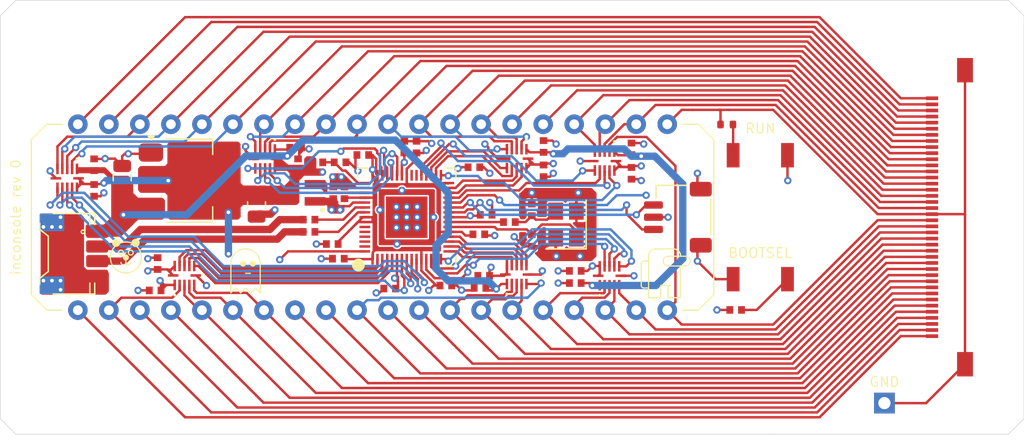
<source format=kicad_pcb>
(kicad_pcb (version 20241229) (generator "pcbnew") (generator_version "9.0")
  (layers (0 "F.Cu" signal) (4 "In1.Cu" signal) (6 "In2.Cu" signal) (2 "B.Cu" signal) (13 "F.Paste" user) (15 "B.Paste" user) (5 "F.SilkS" user "F.Silkscreen") (7 "B.SilkS" user "B.Silkscreen") (1 "F.Mask" user) (3 "B.Mask" user) (25 "Edge.Cuts" user))
  (net 0 "")
  (net 1 "GND")
  (net 2 "+3.3V")
  (net 3 "+5V")
  (net 4 "Net-(U8-VREG_AVDD)")
  (net 5 "D2")
  (net 6 "A8")
  (net 7 "A2")
  (net 8 "R{slash}W")
  (net 9 "RST")
  (net 10 "D0")
  (net 11 "A4")
  (net 12 "OUT0")
  (net 13 "A10")
  (net 14 "A15")
  (net 15 "D4")
  (net 16 "A0")
  (net 17 "D1")
  (net 18 "A7")
  (net 19 "D7")
  (net 20 "D5")
  (net 21 "M2")
  (net 22 "D6")
  (net 23 "A6")
  (net 24 "{slash}OE1")
  (net 25 "{slash}OE2")
  (net 26 "A9")
  (net 27 "D3")
  (net 28 "A13")
  (net 29 "A3")
  (net 30 "A1")
  (net 31 "A14")
  (net 32 "A5")
  (net 33 "RST_3")
  (net 34 "A0_3")
  (net 35 "A1_3")
  (net 36 "A2_3")
  (net 37 "A4_3")
  (net 38 "A5_3")
  (net 39 "A6_3")
  (net 40 "A3_3")
  (net 41 "A9_3")
  (net 42 "A10_3")
  (net 43 "A7_3")
  (net 44 "A8_3")
  (net 45 "A13_3")
  (net 46 "D7_3")
  (net 47 "A15_3")
  (net 48 "A14_3")
  (net 49 "D6_3")
  (net 50 "D3_3")
  (net 51 "D4_3")
  (net 52 "D5_3")
  (net 53 "M2_3")
  (net 54 "D0_3")
  (net 55 "D1_3")
  (net 56 "D2_3")
  (net 57 "{slash}OE2_3")
  (net 58 "{slash}OE1_3")
  (net 59 "R{slash}W_3")
  (net 60 "OUT0_3")
  (net 61 "+1.1V")
  (net 62 "/XIN")
  (net 63 "Net-(C21-Pad1)")
  (net 64 "D-")
  (net 65 "D+")
  (net 66 "Net-(U8-VREG_LX)")
  (net 67 "/XOUT")
  (net 68 "Net-(U8-USB_DP)")
  (net 69 "Net-(U8-USB_DM)")
  (net 75 "Net-(U8-QSPI_SS)")
  (net 76 "Net-(U8-RUN)")
  (net 79 "/SWCLK")
  (net 80 "/SWD")
  (net 81 "/~{USB_BOOT}")
  (net 82 "AD1")
  (net 83 "{slash}NMI")
  (net 84 "A12")
  (net 85 "{slash}IRQ")
  (net 86 "AD2")
  (net 87 "CLK")
  (net 88 "OUT2")
  (net 89 "NES_5v")
  (net 90 "TST")
  (net 91 "OUT1")
  (net 92 "A11")
  (net 93 "Net-(R4-Pad1)")
  (footprint "nesceptor:C_0402_1005Metric" (layer "F.Cu") (at 95.13 123.12)
    (property "Reference" "R7")
    (property "Value" "27")
  )
  (footprint "nesceptor:C_0402_1005Metric" (layer "F.Cu") (at 111.53 122.32)
    (property "Reference" "R2")
    (property "Value" "1k")
  )
  (footprint "Crystal:Crystal_SMD_3225-4Pin_3.2x2.5mm" (layer "F.Cu") (at 116.17 122.52 90)
    (property "Reference" "Y1")
    (property "Value" "ABM8-272-T3")
  )
  (footprint "Capacitor_SMD:C_0805_2012Metric" (layer "F.Cu") (at 79.83 118.67 90)
    (property "Reference" "C1")
    (property "Value" "10u")
  )
  (footprint "nesceptor:CON_5051104091_MOL" (layer "F.Cu") (at 148.59 121.92 90)
    (property "Reference" "J2")
    (property "Value" "5051104091")
  )
  (footprint "nesceptor:C_0402_1005Metric" (layer "F.Cu") (at 77.53 117.62 90)
    (property "Reference" "C10")
    (property "Value" ".1uF")
  )
  (footprint "Capacitor_SMD:C_0805_2012Metric" (layer "F.Cu") (at 90.83 120.92 -90)
    (property "Reference" "C19")
    (property "Value" "10u")
  )
  (footprint "nesceptor:PQFP12_RUT_TEX" (layer "F.Cu") (at 75.33 118.7325 -90)
    (property "Reference" "U2")
    (property "Value" "~")
  )
  (footprint "nesceptor:C_0402_1005Metric" (layer "F.Cu") (at 113.37 121.32 90)
    (property "Reference" "C21")
    (property "Value" "15p")
  )
  (footprint "nesceptor:C_0402_1005Metric" (layer "F.Cu") (at 121.53 116.32 90)
    (property "Reference" "C3")
    (property "Value" ".1uF")
  )
  (footprint "nesceptor:C_0402_1005Metric" (layer "F.Cu") (at 102.93 116.17 90)
    (property "Reference" "C17")
    (property "Value" "4.7uF")
  )
  (footprint "nesceptor:PQFP12_RUT_TEX" (layer "F.Cu") (at 84.930001 126.6947 90)
    (property "Reference" "U5")
    (property "Value" "~")
  )
  (footprint "nesceptor:AOTA-B201610S3R3-101-T" (layer "F.Cu") (at 95.62 119.92 90)
    (property "Reference" "L1")
    (property "Value" "L")
  )
  (footprint "nesceptor:PQFP12_RUT_TEX" (layer "F.Cu") (at 112.13 126.62 90)
    (property "Reference" "U6")
    (property "Value" "~")
  )
  (footprint "nesceptor:C_0402_1005Metric" (layer "F.Cu") (at 106.33 127.52)
    (property "Reference" "C28")
    (property "Value" ".1uF")
  )
  (footprint "nesceptor:PQFP12_RUT_TEX" (layer "F.Cu") (at 119.33 117.32 -90)
    (property "Reference" "U7")
    (property "Value" "~")
  )
  (footprint "nesceptor:PicoEZMate-Reinforced-Lite" (layer "F.Cu") (at 75.58 124.92 -90)
    (property "Reference" "J1")
    (property "Value" "Conn_01x04_MountingPin")
  )
  (footprint "nesceptor:C_0402_1005Metric" (layer "F.Cu") (at 130.06 129.52)
    (property "Reference" "R6")
    (property "Value" "1k")
  )
  (footprint "nesceptor:C_0402_1005Metric" (layer "F.Cu") (at 109.63 121.72)
    (property "Reference" "C24")
    (property "Value" ".1uF")
  )
  (footprint "nesceptor:C_0402_1005Metric" (layer "F.Cu") (at 116.93 127.32 180)
    (property "Reference" "C6")
    (property "Value" ".1uF")
  )
  (footprint "nesceptor:RP2350A_QFN-60_EP_7.75x7.75_Pitch0.4mm" (layer "F.Cu") (at 103.13 121.92 90)
    (property "Reference" "U8")
    (property "Value" "RP2350A-QFN60")
  )
  (footprint "nesceptor:C_0402_1005Metric" (layer "F.Cu") (at 121.53 118.32 -90)
    (property "Reference" "C15")
    (property "Value" ".1uF")
  )
  (footprint "nesceptor:C_0402_1005Metric" (layer "F.Cu") (at 95.13 122.12)
    (property "Reference" "R8")
    (property "Value" "27")
  )
  (footprint "nesceptor:C_0402_1005Metric" (layer "F.Cu") (at 114.33 116.12 90)
    (property "Reference" "C11")
    (property "Value" ".1uF")
  )
  (footprint "Connector_PinSocket_2.54mm:PinSocket_1x01_P2.54mm_Vertical" (layer "F.Cu") (at 142.24 137.16)
    (property "Reference" "J3")
    (property "Value" "Conn_01x01_Pin")
  )
  (footprint "nesceptor:C_0402_1005Metric" (layer "F.Cu") (at 97.53 125.32 180)
    (property "Reference" "C32")
    (property "Value" ".1uF")
  )
  (footprint "nesceptor:C_0402_1005Metric" (layer "F.Cu") (at 97.105 119.92 90)
    (property "Reference" "C22")
    (property "Value" "4.7uF")
  )
  (footprint "nesceptor:C_0402_1005Metric" (layer "F.Cu") (at 98.03 119.92 90)
    (property "Reference" "C31")
    (property "Value" ".1uF")
  )
  (footprint "nesceptor:PQFP12_RUT_TEX" (layer "F.Cu") (at 91.53 117.1453 -90)
    (property "Reference" "U9")
    (property "Value" "~")
  )
  (footprint "nesceptor:C_0402_1005Metric" (layer "F.Cu") (at 109.43 126.72 180)
    (property "Reference" "C12")
    (property "Value" ".1uF")
  )
  (footprint "Package_TO_SOT_SMD:SOT-223-3_TabPin2" (layer "F.Cu") (at 85.33 118.92)
    (property "Reference" "U11")
    (property "Value" "NCP1117-3.3_SOT223")
  )
  (footprint "nesceptor:C_0402_1005Metric" (layer "F.Cu") (at 114.33 118.12 -90)
    (property "Reference" "C7")
    (property "Value" ".1uF")
  )
  (footprint "nesceptor:C_0402_1005Metric" (layer "F.Cu") (at 113.37 123.82 -90)
    (property "Reference" "C20")
    (property "Value" "15p")
  )
  (footprint "nesceptor:C_0402_1005Metric" (layer "F.Cu") (at 103.93 116.17 90)
    (property "Reference" "C26")
    (property "Value" ".1uF")
  )
  (footprint "nesceptor:TS-1088-AR02016" (layer "F.Cu") (at 132.08 116.84)
    (property "Reference" "SW2")
    (property "Value" "SW_Push")
  )
  (footprint "nesceptor:C_0402_1005Metric" (layer "F.Cu") (at 94.03 116.22)
    (property "Reference" "C4")
    (property "Value" ".1uF")
  )
  (footprint "nesceptor:C_0402_1005Metric" (layer "F.Cu") (at 95.77 117.42 180)
    (property "Reference" "R1")
    (property "Value" "33")
  )
  (footprint "nesceptor:C_0402_1005Metric" (layer "F.Cu") (at 116.93 126.32 180)
    (property "Reference" "C5")
    (property "Value" ".1uF")
  )
  (footprint "nesceptor:TS-1088-AR02016" (layer "F.Cu") (at 132.08 127)
    (property "Reference" "SW1")
    (property "Value" "SW_Push")
  )
  (footprint "nesceptor:C_0402_1005Metric" (layer "F.Cu") (at 97.67 117.42)
    (property "Reference" "C16")
    (property "Value" "4.7uF")
  )
  (footprint "nesceptor:C_0402_1005Metric" (layer "F.Cu") (at 94.23 117.62 90)
    (property "Reference" "C13")
    (property "Value" ".1uF")
  )
  (footprint "nesceptor:C_0402_1005Metric" (layer "F.Cu") (at 109.13 127.72 180)
    (property "Reference" "C14")
    (property "Value" ".1uF")
  )
  (footprint "nesceptor:C_0402_1005Metric" (layer "F.Cu") (at 82.73 125.72 90)
    (property "Reference" "C9")
    (property "Value" ".1uF")
  )
  (footprint "nesceptor:C_0402_1005Metric" (layer "F.Cu") (at 97.03 124.12 180)
    (property "Reference" "C30")
    (property "Value" ".1uF")
  )
  (footprint "nesceptor:C_0402_1005Metric" (layer "F.Cu") (at 82.53 127.92 180)
    (property "Reference" "C8")
    (property "Value" ".1uF")
  )
  (footprint "nesceptor:C_0402_1005Metric" (layer "F.Cu") (at 108.63 117.82)
    (property "Reference" "C27")
    (property "Value" ".1uF")
  )
  (footprint "nesceptor:PQFP12_RUT_TEX" (layer "F.Cu") (at 112.13 117.12 -90)
    (property "Reference" "U3")
    (property "Value" "~")
  )
  (footprint "Resistor_SMD:R_0402_1005Metric" (layer "F.Cu") (at 129.33 114.32 180)
    (property "Reference" "R4")
    (property "Value" "1k")
  )
  (footprint "nesceptor:C_0402_1005Metric" (layer "F.Cu") (at 109.03 123.32)
    (property "Reference" "C18")
    (property "Value" "4.7uF")
  )
  (footprint "nesceptor:C_0402_1005Metric" (layer "F.Cu") (at 77.53 119.72 -90)
    (property "Reference" "C2")
    (property "Value" ".1uF")
  )
  (footprint "Connector_JST:JST_SH_SM03B-SRSS-TB_1x03-1MP_P1.00mm_Horizontal" (layer "F.Cu") (at 125.33 121.92 90)
    (property "Reference" "J4")
    (property "Value" "SM03B-SRSS-TB")
  )
  (footprint "nesceptor:C_0402_1005Metric" (layer "F.Cu") (at 99.53 116.82 180)
    (property "Reference" "C29")
    (property "Value" ".1uF")
  )
  (footprint "nesceptor:C_0402_1005Metric" (layer "F.Cu") (at 101.73 127.77 180)
    (property "Reference" "C25")
    (property "Value" ".1uF")
  )
  (footprint "nesceptor:PQFP12_RUT_TEX" (layer "F.Cu") (at 119.73 126.72 90)
    (property "Reference" "U4")
    (property "Value" "~")
  )
  (footprint "nesceptor:RP2A07" (layer "B.Cu") (at 100.329999 121.92 -90)
    (property "Reference" "U1" (hide yes))
    (property "Value" "~")
  )
  (gr_circle (center 80.13 125.22) (end 79.93 125.22) (stroke (width 0.1)) (fill yes) (layer "F.SilkS"))
  (gr_line (start 73.66 114.3) (end 72.39 115.57) (stroke (width 0.1)) (layer "F.SilkS"))
  (gr_arc (start 124.53 125.92) (mid 124.13 125.52) (end 124.53 125.12) (stroke (width 0.1)) (layer "F.SilkS"))
  (gr_line (start 73.66 129.54) (end 74.93 129.54) (stroke (width 0.1)) (layer "F.SilkS"))
  (gr_arc (start 122.93 125.12) (mid 123.105736 124.695736) (end 123.53 124.52) (stroke (width 0.1)) (layer "F.SilkS"))
  (gr_line (start 123.93 127.52) (end 124.73 127.52) (stroke (width 0.1)) (layer "F.SilkS"))
  (gr_line (start 124.53 125.92) (end 125.93 125.92) (stroke (width 0.1)) (layer "F.SilkS"))
  (gr_line (start 127 114.3) (end 125.73 114.3) (stroke (width 0.1)) (layer "F.SilkS"))
  (gr_line (start 128.27 128.27) (end 128.27 115.57) (stroke (width 0.1)) (layer "F.SilkS"))
  (gr_circle (center 90.53 125.72) (end 90.53 125.92) (stroke (width 0.1)) (fill yes) (layer "F.SilkS"))
  (gr_line (start 127 129.54) (end 128.27 128.27) (stroke (width 0.1)) (layer "F.SilkS"))
  (gr_line (start 122.93 125.12) (end 122.93 128.52) (stroke (width 0.1)) (layer "F.SilkS"))
  (gr_line (start 89.13 127.72) (end 88.73 128.12) (stroke (width 0.1)) (layer "F.SilkS"))
  (gr_line (start 91.13 128.12) (end 90.73 127.72) (stroke (width 0.1)) (layer "F.SilkS"))
  (gr_line (start 73.66 114.3) (end 74.93 114.3) (stroke (width 0.1)) (layer "F.SilkS"))
  (gr_line (start 90.33 128.12) (end 89.93 127.72) (stroke (width 0.1)) (layer "F.SilkS"))
  (gr_line (start 89.93 126.52) (end 90.33 126.52) (stroke (width 0.1)) (layer "F.SilkS"))
  (gr_line (start 88.73 125.72) (end 88.73 128.12) (stroke (width 0.1)) (layer "F.SilkS"))
  (gr_line (start 123.53 124.52) (end 124.929999 124.52) (stroke (width 0.1)) (layer "F.SilkS"))
  (gr_line (start 125.73 129.54) (end 127 129.54) (stroke (width 0.1)) (layer "F.SilkS"))
  (gr_line (start 123.93 128.52) (end 123.93 127.52) (stroke (width 0.1)) (layer "F.SilkS"))
  (gr_circle (center 80.93 124.02) (end 81.13 124.22) (stroke (width 0.1)) (fill yes) (layer "F.SilkS"))
  (gr_circle (center 89.73 125.72) (end 89.73 125.92) (stroke (width 0.1)) (fill yes) (layer "F.SilkS"))
  (gr_arc (start 122.53 127.72) (mid 122.388579 127.661421) (end 122.33 127.52) (stroke (width 0.1)) (layer "F.SilkS"))
  (gr_arc (start 124.964315 124.52) (mid 125.388579 124.695736) (end 125.564315 125.119999) (stroke (width 0.1)) (layer "F.SilkS"))
  (gr_circle (center 79.33 124.02) (end 79.13 124.22) (stroke (width 0.1)) (fill yes) (layer "F.SilkS"))
  (gr_arc (start 125.93 125.12) (mid 126.33 125.52) (end 125.93 125.92) (stroke (width 0.1)) (layer "F.SilkS"))
  (gr_line (start 122.93 128.52) (end 123.93 128.52) (stroke (width 0.1)) (layer "F.SilkS"))
  (gr_arc (start 88.73 125.72) (mid 89.93 124.52) (end 91.13 125.72) (stroke (width 0.1)) (layer "F.SilkS"))
  (gr_arc (start 80.13 125.62) (mid 79.93 125.82) (end 79.73 125.62) (stroke (width 0.1)) (layer "F.SilkS"))
  (gr_line (start 125.53 125.92) (end 125.53 128.52) (stroke (width 0.1)) (layer "F.SilkS"))
  (gr_line (start 122.93 125.52) (end 122.53 125.52) (stroke (width 0.1)) (layer "F.SilkS"))
  (gr_line (start 122.93 127.72) (end 122.53 127.72) (stroke (width 0.1)) (layer "F.SilkS"))
  (gr_line (start 72.39 128.27) (end 73.66 129.54) (stroke (width 0.1)) (layer "F.SilkS"))
  (gr_line (start 90.73 127.72) (end 90.33 128.12) (stroke (width 0.1)) (layer "F.SilkS"))
  (gr_line (start 125.53 128.52) (end 124.53 128.52) (stroke (width 0.1)) (layer "F.SilkS"))
  (gr_line (start 91.13 125.72) (end 91.13 128.12) (stroke (width 0.1)) (layer "F.SilkS"))
  (gr_line (start 89.93 127.72) (end 89.53 128.12) (stroke (width 0.1)) (layer "F.SilkS"))
  (gr_arc (start 80.53 125.62) (mid 80.33 125.82) (end 80.13 125.62) (stroke (width 0.1)) (layer "F.SilkS"))
  (gr_line (start 124.53 125.12) (end 125.93 125.12) (stroke (width 0.1)) (layer "F.SilkS"))
  (gr_line (start 122.33 125.72) (end 122.33 127.52) (stroke (width 0.1)) (layer "F.SilkS"))
  (gr_circle (center 79.73 124.82) (end 79.73 124.62) (stroke (width 0.1)) (fill no) (layer "F.SilkS"))
  (gr_circle (center 80.13 125.22) (end 81.4 125.22) (stroke (width 0.1)) (fill no) (layer "F.SilkS"))
  (gr_arc (start 122.33 125.72) (mid 122.388579 125.578579) (end 122.53 125.52) (stroke (width 0.1)) (layer "F.SilkS"))
  (gr_line (start 72.39 115.57) (end 72.39 128.27) (stroke (width 0.1)) (layer "F.SilkS"))
  (gr_line (start 89.53 128.12) (end 89.13 127.72) (stroke (width 0.1)) (layer "F.SilkS"))
  (gr_line (start 128.27 115.57) (end 127 114.3) (stroke (width 0.1)) (layer "F.SilkS"))
  (gr_line (start 124.53 128.52) (end 124.53 127.52) (stroke (width 0.1)) (layer "F.SilkS"))
  (gr_line (start 80.13 125.42) (end 80.13 125.62) (stroke (width 0.1)) (layer "F.SilkS"))
  (gr_circle (center 80.53 124.82) (end 80.73 124.82) (stroke (width 0.1)) (fill no) (layer "F.SilkS"))
  (gr_line (start 152.4 139.7) (end 153.67 138.43) (stroke (width 0.05)) (layer "Edge.Cuts"))
  (gr_line (start 71.12 104.14) (end 69.85 105.41) (stroke (width 0.05)) (layer "Edge.Cuts"))
  (gr_line (start 71.12 139.7) (end 133.35 139.7) (stroke (width 0.05)) (layer "Edge.Cuts"))
  (gr_line (start 152.4 104.14) (end 71.12 104.14) (stroke (width 0.05)) (layer "Edge.Cuts"))
  (gr_line (start 133.35 139.7) (end 152.4 139.7) (stroke (width 0.05)) (layer "Edge.Cuts"))
  (gr_line (start 69.85 138.43) (end 71.12 139.7) (stroke (width 0.05)) (layer "Edge.Cuts"))
  (gr_line (start 153.67 105.41) (end 152.4 104.14) (stroke (width 0.05)) (layer "Edge.Cuts"))
  (gr_line (start 69.85 105.41) (end 69.85 138.43) (stroke (width 0.05)) (layer "Edge.Cuts"))
  (gr_line (start 153.67 138.43) (end 153.67 105.41) (stroke (width 0.05)) (layer "Edge.Cuts"))
  (gr_text "inconsole rev 0" (at 71.12 121.92 90) (layer "F.SilkS") (effects (font (size 0.8 0.8) (thickness 0.1))))
  (gr_text "RUN" (at 132.08 115.12 0) (layer "F.SilkS") (effects (font (size 0.8 0.8) (thickness 0.1)) (justify bottom)))
  (gr_text "GND" (at 142.24 135.89 0) (layer "F.SilkS") (effects (font (size 0.8 0.8) (thickness 0.1)) (justify bottom)))
  (gr_text "BOOTSEL" (at 132.06 125.32 0) (layer "F.SilkS") (effects (font (size 0.8 0.8) (thickness 0.1)) (justify bottom)))
  (segment (start 99.13 118.12) (end 98.43 117.42) (width 0.2) (layer "F.Cu") (net 1))
  (segment (start 129.855 127) (end 128.41 127) (width 0.2) (layer "F.Cu") (net 1))
  (segment (start 145.64998 137.16) (end 148.839999 133.969981) (width 0.2) (layer "F.Cu") (net 1))
  (segment (start 117.17 119.92) (end 113.37 119.92) (width 0.2) (layer "F.Cu") (net 1))
  (segment (start 113.37 124.3) (end 114.64 124.3) (width 0.2) (layer "F.Cu") (net 1))
  (segment (start 82.08 116.72) (end 82.18 116.62) (width 0.2) (layer "F.Cu") (net 1))
  (segment (start 91.03 121.67) (end 91.98 121.67) (width 0.6) (layer "F.Cu") (net 1))
  (segment (start 115.05 115.64) (end 114.33 115.64) (width 0.2) (layer "F.Cu") (net 1))
  (segment (start 110.33 123.42) (end 109.51 123.42) (width 0.2) (layer "F.Cu") (net 1))
  (segment (start 112.71 124.3) (end 111.93 123.52) (width 0.2) (layer "F.Cu") (net 1))
  (segment (start 78.43 117.12) (end 79.23 117.12) (width 0.2) (layer "F.Cu") (net 1))
  (segment (start 77.53 120.2) (end 78.05 120.2) (width 0.2) (layer "F.Cu") (net 1))
  (segment (start 109.53 115.92) (end 109.809997 116.199997) (width 0.2) (layer "F.Cu") (net 1))
  (segment (start 99.6925 119.52) (end 98.15 119.52) (width 0.2) (layer "F.Cu") (net 1))
  (segment (start 109.11 117.82) (end 109.43 117.82) (width 0.2) (layer "F.Cu") (net 1))
  (segment (start 121.53 115.84) (end 122.45 115.84) (width 0.2) (layer "F.Cu") (net 1))
  (segment (start 107.640731 127.92) (end 107.615933 127.895202) (width 0.2) (layer "F.Cu") (net 1))
  (segment (start 108.65 127.02) (end 108.95 126.72) (width 0.2) (layer "F.Cu") (net 1))
  (segment (start 118.4029 117.32) (end 117.33 117.32) (width 0.2) (layer "F.Cu") (net 1))
  (segment (start 108.65 127.72) (end 108.65 127.02) (width 0.2) (layer "F.Cu") (net 1))
  (segment (start 100.63 128.12) (end 100.9 128.12) (width 0.2) (layer "F.Cu") (net 1))
  (segment (start 80.33 116.72) (end 80.03 116.72) (width 0.2) (layer "F.Cu") (net 1))
  (segment (start 94.33 116.72) (end 94.33 116.365301) (width 0.2) (layer "F.Cu") (net 1))
  (segment (start 114.64 124.3) (end 115.32 123.62) (width 0.2) (layer "F.Cu") (net 1))
  (segment (start 148.839999 109.870019) (end 148.839999 121.72) (width 0.2) (layer "F.Cu") (net 1))
  (segment (start 94.350001 116.3453) (end 95.1047 116.3453) (width 0.2) (layer "F.Cu") (net 1))
  (segment (start 118.02 119.92) (end 117.17 119.92) (width 0.2) (layer "F.Cu") (net 1))
  (segment (start 98.15 119.52) (end 98.07 119.44) (width 0.2) (layer "F.Cu") (net 1))
  (segment (start 128.82 113.21) (end 128.73 113.12) (width 0.2) (layer "F.Cu") (net 1))
  (segment (start 142.53 136.72) (end 142.97 137.16) (width 0.2) (layer "F.Cu") (net 1))
  (segment (start 94.33 116.365301) (end 94.350001 116.3453) (width 0.2) (layer "F.Cu") (net 1))
  (segment (start 82.01 125.24) (end 81.93 125.32) (width 0.2) (layer "F.Cu") (net 1))
  (segment (start 80.03 116.72) (end 79.83 116.92) (width 0.2) (layer "F.Cu") (net 1))
  (segment (start 90.6029 117.1453) (end 89.929999 116.472399) (width 0.2) (layer "F.Cu") (net 1))
  (segment (start 114.85 118.6) (end 115.13 118.32) (width 0.2) (layer "F.Cu") (net 1))
  (segment (start 98.43 117.42) (end 98.15 117.42) (width 0.2) (layer "F.Cu") (net 1))
  (segment (start 128.82 114.32) (end 128.82 113.21) (width 0.2) (layer "F.Cu") (net 1))
  (segment (start 115.357685 115.92) (end 115.33 115.92) (width 0.2) (layer "F.Cu") (net 1))
  (segment (start 115.32 123.62) (end 115.32 125.07) (width 0.2) (layer "F.Cu") (net 1))
  (segment (start 78.05 120.2) (end 78.33 119.92) (width 0.2) (layer "F.Cu") (net 1))
  (segment (start 115.37 125.12) (end 117.32 125.12) (width 0.2) (layer "F.Cu") (net 1))
  (segment (start 113.3 124.3) (end 112.71 124.3) (width 0.2) (layer "F.Cu") (net 1))
  (segment (start 98.93 116.94) (end 99.05 116.82) (width 0.2) (layer "F.Cu") (net 1))
  (segment (start 94.33 117.2) (end 94.33 116.72) (width 0.2) (layer "F.Cu") (net 1))
  (segment (start 121.53 118.8) (end 122.21 118.8) (width 0.2) (layer "F.Cu") (net 1))
  (segment (start 113.37 120.84) (end 113.37 119.92) (width 0.2) (layer "F.Cu") (net 1))
  (segment (start 79.83 116.92) (end 79.83 117.72) (width 0.2) (layer "F.Cu") (net 1))
  (segment (start 108.45 127.92) (end 107.640731 127.92) (width 0.2) (layer "F.Cu") (net 1))
  (segment (start 105.079312 115.869312) (end 104.9 115.69) (width 0.2) (layer "F.Cu") (net 1))
  (segment (start 79.23 117.12) (end 79.83 117.72) (width 0.2) (layer "F.Cu") (net 1))
  (segment (start 110.11 121.72) (end 110.11 120.9) (width 0.2) (layer "F.Cu") (net 1))
  (segment (start 148.839999 121.72) (end 148.839999 133.969981) (width 0.2) (layer "F.Cu") (net 1))
  (segment (start 146.14 121.67) (end 148.789999 121.67) (width 0.2) (layer "F.Cu") (net 1))
  (segment (start 91.98 121.67) (end 92.33 121.32) (width 0.6) (layer "F.Cu") (net 1))
  (segment (start 126.93 118.32) (end 126.93 119.345) (width 0.2) (layer "F.Cu") (net 1))
  (segment (start 98.93 117.92) (end 98.93 116.94) (width 0.2) (layer "F.Cu") (net 1))
  (segment (start 109.43 117.82) (end 109.93 118.32) (width 0.2) (layer "F.Cu") (net 1))
  (segment (start 103.93 115.69) (end 102.93 115.69) (width 0.2) (layer "F.Cu") (net 1))
  (segment (start 78.41 117.14) (end 78.43 117.12) (width 0.2) (layer "F.Cu") (net 1))
  (segment (start 148.789999 121.67) (end 148.839999 121.72) (width 0.2) (layer "F.Cu") (net 1))
  (segment (start 115.33 115.92) (end 115.05 115.64) (width 0.2) (layer "F.Cu") (net 1))
  (segment (start 117.02 121.42) (end 117.02 120.07) (width 0.2) (layer "F.Cu") (net 1))
  (segment (start 85.9047 126.6947) (end 86.73 127.52) (width 0.2) (layer "F.Cu") (net 1))
  (segment (start 122.21 118.8) (end 122.33 118.92) (width 0.2) (layer "F.Cu") (net 1))
  (segment (start 122.45 115.84) (end 122.53 115.92) (width 0.2) (layer "F.Cu") (net 1))
  (segment (start 89.929999 116.472399) (end 89.929999 116.12) (width 0.2) (layer "F.Cu") (net 1))
  (segment (start 114.23 126.32) (end 114.23 126.52) (width 0.2) (layer "F.Cu") (net 1))
  (segment (start 114.23 126.52) (end 114.13 126.62) (width 0.2) (layer "F.Cu") (net 1))
  (segment (start 114.33 118.6) (end 114.85 118.6) (width 0.2) (layer "F.Cu") (net 1))
  (segment (start 116.45 126.32) (end 115.53 126.32) (width 0.2) (layer "F.Cu") (net 1))
  (segment (start 109.809997 116.358897) (end 110.5711 117.12) (width 0.2) (layer "F.Cu") (net 1))
  (segment (start 115.32 125.07) (end 115.37 125.12) (width 0.2) (layer "F.Cu") (net 1))
  (segment (start 74.4029 118.7325) (end 73.93 118.2596) (width 0.2) (layer "F.Cu") (net 1))
  (segment (start 128.73 113.12) (end 129.53 113.12) (width 0.2) (layer "F.Cu") (net 1))
  (segment (start 123.33 121.92) (end 124.53 121.92) (width 0.2) (layer "F.Cu") (net 1))
  (segment (start 126.93 125.52) (end 126.93 124.495) (width 0.2) (layer "F.Cu") (net 1))
  (segment (start 107.240731 127.52) (end 107.615933 127.895202) (width 0.2) (layer "F.Cu") (net 1))
  (segment (start 116.45 127.32) (end 115.53 127.32) (width 0.2) (layer "F.Cu") (net 1))
  (segment (start 95.1047 116.3453) (end 95.13 116.32) (width 0.2) (layer "F.Cu") (net 1))
  (segment (start 94.73 116.32) (end 94.33 116.72) (width 0.2) (layer "F.Cu") (net 1))
  (segment (start 126.53 113.12) (end 128.73 113.12) (width 0.2) (layer "F.Cu") (net 1))
  (segment (start 77.53 117.14) (end 78.41 117.14) (width 0.2) (layer "F.Cu") (net 1))
  (segment (start 96.65 124.12) (end 95.73 124.12) (width 0.2) (layer "F.Cu") (net 1))
  (segment (start 120.6571 126.72) (end 121.73 126.72) (width 0.2) (layer "F.Cu") (net 1))
  (segment (start 142.97 137.16) (end 145.64998 137.16) (width 0.2) (layer "F.Cu") (net 1))
  (segment (start 117.82 125.12) (end 118.22 124.72) (width 0.2) (layer "F.Cu") (net 1))
  (segment (start 114.13 126.62) (end 113.0571 126.62) (width 0.2) (layer "F.Cu") (net 1))
  (segment (start 104.9 115.69) (end 103.93 115.69) (width 0.2) (layer "F.Cu") (net 1))
  (segment (start 117.02 120.07) (end 117.17 119.92) (width 0.2) (layer "F.Cu") (net 1))
  (segment (start 118.22 120.12) (end 118.02 119.92) (width 0.2) (layer "F.Cu") (net 1))
  (segment (start 109.809997 116.199997) (end 109.809997 116.358897) (width 0.2) (layer "F.Cu") (net 1))
  (segment (start 105.16899 115.869312) (end 105.079312 115.869312) (width 0.2) (layer "F.Cu") (net 1))
  (segment (start 100.9 128.12) (end 101.25 127.77) (width 0.2) (layer "F.Cu") (net 1))
  (segment (start 82.05 127.92) (end 81.13 127.92) (width 0.2) (layer "F.Cu") (net 1))
  (segment (start 85.857101 126.6947) (end 85.9047 126.6947) (width 0.2) (layer "F.Cu") (net 1))
  (segment (start 126.93 119.345) (end 127.205 119.62) (width 0.2) (layer "F.Cu") (net 1))
  (segment (start 129.53 113.12) (end 133.13 113.12) (width 0.2) (layer "F.Cu") (net 1))
  (segment (start 97.05 125.32) (end 96.13 125.32) (width 0.2) (layer "F.Cu") (net 1))
  (segment (start 95.13 116.32) (end 94.73 116.32) (width 0.2) (layer "F.Cu") (net 1))
  (segment (start 106.81 127.52) (end 107.240731 127.52) (width 0.2) (layer "F.Cu") (net 1))
  (segment (start 111.93 123.52) (end 111.92 123.52) (width 0.2) (layer "F.Cu") (net 1))
  (segment (start 90.83 121.87) (end 91.03 121.67) (width 0.6) (layer "F.Cu") (net 1))
  (segment (start 133.13 113.12) (end 141.68 121.67) (width 0.2) (layer "F.Cu") (net 1))
  (segment (start 110.5711 117.12) (end 111.2029 117.12) (width 0.2) (layer "F.Cu") (net 1))
  (segment (start 128.41 127) (end 126.93 125.52) (width 0.2) (layer "F.Cu") (net 1))
  (segment (start 118.22 124.72) (end 118.22 120.12) (width 0.2) (layer "F.Cu") (net 1))
  (segment (start 108.65 127.72) (end 108.45 127.92) (width 0.2) (layer "F.Cu") (net 1))
  (segment (start 73.93 118.2596) (end 73.93 118.12) (width 0.2) (layer "F.Cu") (net 1))
  (segment (start 80.33 116.72) (end 82.08 116.72) (width 0.2) (layer "F.Cu") (net 1))
  (segment (start 99.13 118.12) (end 98.93 117.92) (width 0.2) (layer "F.Cu") (net 1))
  (segment (start 110.11 120.9) (end 109.93 120.72) (width 0.2) (layer "F.Cu") (net 1))
  (segment (start 125.639999 113.12) (end 126.53 113.12) (width 0.2) (layer "F.Cu") (net 1))
  (segment (start 126.93 124.495) (end 127.205 124.22) (width 0.2) (layer "F.Cu") (net 1))
  (segment (start 117.32 125.12) (end 117.82 125.12) (width 0.2) (layer "F.Cu") (net 1))
  (segment (start 141.68 121.67) (end 146.14 121.67) (width 0.2) (layer "F.Cu") (net 1))
  (segment (start 82.73 125.24) (end 82.01 125.24) (width 0.2) (layer "F.Cu") (net 1))
  (segment (start 124.459999 114.3) (end 125.639999 113.12) (width 0.2) (layer "F.Cu") (net 1))
  (via (at 115.53 126.32) (size 0.6) (drill 0.3) (layers "F.Cu" "B.Cu") (net 1))
  (via (at 113.37 119.92) (size 0.6) (drill 0.3) (layers "F.Cu" "B.Cu") (net 1))
  (via (at 92.33 121.32) (size 0.6) (drill 0.3) (layers "F.Cu" "B.Cu") (net 1))
  (via (at 115.37 125.12) (size 0.6) (drill 0.3) (layers "F.Cu" "B.Cu") (net 1))
  (via (at 126.93 118.32) (size 0.6) (drill 0.3) (layers "F.Cu" "B.Cu") (net 1))
  (via (at 114.23 126.32) (size 0.6) (drill 0.3) (layers "F.Cu" "B.Cu") (net 1))
  (via (at 96.13 125.32) (size 0.6) (drill 0.3) (layers "F.Cu" "B.Cu") (net 1))
  (via (at 97.77 118.62) (size 0.6) (drill 0.3) (layers "F.Cu" "B.Cu") (net 1))
  (via (at 115.53 127.32) (size 0.6) (drill 0.3) (layers "F.Cu" "B.Cu") (net 1))
  (via (at 117.32 125.12) (size 0.6) (drill 0.3) (layers "F.Cu" "B.Cu") (net 1))
  (via (at 109.93 118.32) (size 0.6) (drill 0.3) (layers "F.Cu" "B.Cu") (net 1))
  (via (at 100.63 128.12) (size 0.6) (drill 0.3) (layers "F.Cu" "B.Cu") (net 1))
  (via (at 78.33 119.92) (size 0.6) (drill 0.3) (layers "F.Cu" "B.Cu") (net 1))
  (via (at 78.43 117.12) (size 0.6) (drill 0.3) (layers "F.Cu" "B.Cu") (net 1))
  (via (at 111.93 123.52) (size 0.6) (drill 0.3) (layers "F.Cu" "B.Cu") (net 1))
  (via (at 117.33 117.32) (size 0.6) (drill 0.3) (layers "F.Cu" "B.Cu") (net 1))
  (via (at 95.13 116.32) (size 0.6) (drill 0.3) (layers "F.Cu" "B.Cu") (net 1))
  (via (at 81.93 125.32) (size 0.6) (drill 0.3) (layers "F.Cu" "B.Cu") (net 1))
  (via (at 124.53 121.92) (size 0.6) (drill 0.3) (layers "F.Cu" "B.Cu") (net 1))
  (via (at 126.93 125.52) (size 0.6) (drill 0.3) (layers "F.Cu" "B.Cu") (net 1))
  (via (at 80.33 116.72) (size 0.6) (drill 0.3) (layers "F.Cu" "B.Cu") (net 1))
  (via (at 105.16899 115.869312) (size 0.6) (drill 0.3) (layers "F.Cu" "B.Cu") (net 1))
  (via (at 81.13 127.92) (size 0.6) (drill 0.3) (layers "F.Cu" "B.Cu") (net 1))
  (via (at 115.357685 115.92) (size 0.6) (drill 0.3) (layers "F.Cu" "B.Cu") (net 1))
  (via (at 117.17 119.92) (size 0.6) (drill 0.3) (layers "F.Cu" "B.Cu") (net 1))
  (via (at 95.73 124.12) (size 0.6) (drill 0.3) (layers "F.Cu" "B.Cu") (net 1))
  (via (at 109.53 115.92) (size 0.6) (drill 0.3) (layers "F.Cu" "B.Cu") (net 1))
  (via (at 89.929999 116.12) (size 0.6) (drill 0.3) (layers "F.Cu" "B.Cu") (net 1))
  (via (at 121.73 126.72) (size 0.6) (drill 0.3) (layers "F.Cu" "B.Cu") (net 1))
  (via (at 99.13 118.12) (size 0.6) (drill 0.3) (layers "F.Cu" "B.Cu") (net 1))
  (via (at 122.53 115.92) (size 0.6) (drill 0.3) (layers "F.Cu" "B.Cu") (net 1))
  (via (at 110.33 123.42) (size 0.6) (drill 0.3) (layers "F.Cu" "B.Cu") (net 1))
  (via (at 107.615933 127.895202) (size 0.6) (drill 0.3) (layers "F.Cu" "B.Cu") (net 1))
  (via (at 73.93 118.12) (size 0.6) (drill 0.3) (layers "F.Cu" "B.Cu") (net 1))
  (via (at 86.73 127.52) (size 0.6) (drill 0.3) (layers "F.Cu" "B.Cu") (net 1))
  (via (at 115.13 118.32) (size 0.6) (drill 0.3) (layers "F.Cu" "B.Cu") (net 1))
  (via (at 122.33 118.92) (size 0.6) (drill 0.3) (layers "F.Cu" "B.Cu") (net 1))
  (via (at 97.07 118.62) (size 0.6) (drill 0.3) (layers "F.Cu" "B.Cu") (net 1))
  (via (at 109.93 120.72) (size 0.6) (drill 0.3) (layers "F.Cu" "B.Cu") (net 1))
  (segment (start 93.33 117.92) (end 93.65 117.92) (width 0.2) (layer "F.Cu") (net 2))
  (segment (start 78.25 119.2) (end 78.33 119.12) (width 0.2) (layer "F.Cu") (net 2))
  (segment (start 121.53 117.8) (end 120.7371 117.8) (width 0.2) (layer "F.Cu") (net 2))
  (segment (start 118.929999 125.9453) (end 118.929999 126.592901) (width 0.2) (layer "F.Cu") (net 2))
  (segment (start 76.3873 118.8627) (end 76.2571 118.7325) (width 0.2) (layer "F.Cu") (net 2))
  (segment (start 111.1029 126.72) (end 111.2029 126.62) (width 0.2) (layer "F.Cu") (net 2))
  (segment (start 117.93 126.32) (end 118.33 125.92) (width 0.2) (layer "F.Cu") (net 2))
  (segment (start 83.6 118.92) (end 88.48 118.92) (width 0.2) (layer "F.Cu") (net 2))
  (segment (start 95.53 118.22) (end 96.23 118.22) (width 0.2) (layer "F.Cu") (net 2))
  (segment (start 107.93 123.42) (end 108.55 123.42) (width 0.2) (layer "F.Cu") (net 2))
  (segment (start 120.49355 117.55645) (end 120.2571 117.32) (width 0.2) (layer "F.Cu") (net 2))
  (segment (start 100.351 125.3365) (end 100.33 125.3575) (width 0.2) (layer "F.Cu") (net 2))
  (segment (start 106.5465 119.141) (end 105.909 119.141) (width 0.2) (layer "F.Cu") (net 2))
  (segment (start 120.7371 117.8) (end 120.49355 117.55645) (width 0.2) (layer "F.Cu") (net 2))
  (segment (start 121.53 117.8) (end 120.424701 117.8) (width 0.2) (layer "F.Cu") (net 2))
  (segment (start 100.73 118.4825) (end 100.63 118.3825) (width 0.2) (layer "F.Cu") (net 2))
  (segment (start 113.5371 117.6) (end 113.19355 117.25645) (width 0.2) (layer "F.Cu") (net 2))
  (segment (start 100.33 122.32) (end 100.43 122.32) (width 0.2) (layer "F.Cu") (net 2))
  (segment (start 121.61 117.72) (end 121.53 117.8) (width 0.2) (layer "F.Cu") (net 2))
  (segment (start 113.224701 117.6) (end 112.930001 117.8947) (width 0.2) (layer "F.Cu") (net 2))
  (segment (start 100.43 122.32) (end 100.53 122.42) (width 0.2) (layer "F.Cu") (net 2))
  (segment (start 105.254151 127.224151) (end 105.55 127.52) (width 0.2) (layer "F.Cu") (net 2))
  (segment (start 118.904699 125.92) (end 118.929999 125.9453) (width 0.2) (layer "F.Cu") (net 2))
  (segment (start 103.93 117.156806) (end 103.93 116.65) (width 0.2) (layer "F.Cu") (net 2))
  (segment (start 97.61 123.84) (end 97.61 124.12) (width 0.2) (layer "F.Cu") (net 2))
  (segment (start 100.31 116.82) (end 100.01 116.82) (width 0.2) (layer "F.Cu") (net 2))
  (segment (start 105.73 124.52) (end 105.73 123.22) (width 0.2) (layer "F.Cu") (net 2))
  (segment (start 120.49355 117.731151) (end 120.49355 117.55645) (width 0.2) (layer "F.Cu") (net 2))
  (segment (start 93.33 117.92) (end 92.330001 117.92) (width 0.2) (layer "F.Cu") (net 2))
  (segment (start 109.91 126.72) (end 109.91 126.14) (width 0.2) (layer "F.Cu") (net 2))
  (segment (start 100.33 116.84) (end 100.31 116.82) (width 0.2) (layer "F.Cu") (net 2))
  (segment (start 120.130001 118.0947) (end 120.49355 117.731151) (width 0.2) (layer "F.Cu") (net 2))
  (segment (start 105.909 119.141) (end 105.73 119.32) (width 0.2) (layer "F.Cu") (net 2))
  (segment (start 113.19355 117.25645) (end 113.0571 117.12) (width 0.2) (layer "F.Cu") (net 2))
  (segment (start 100.53 119.32) (end 100.53 118.6825) (width 0.2) (layer "F.Cu") (net 2))
  (segment (start 76.7246 119.2) (end 76.3873 118.8627) (width 0.2) (layer "F.Cu") (net 2))
  (segment (start 111.329999 125.8453) (end 111.329999 126.492901) (width 0.2) (layer "F.Cu") (net 2))
  (segment (start 105.25 127.224151) (end 105.254151 127.224151) (width 0.2) (layer "F.Cu") (net 2))
  (segment (start 100.63 124.52) (end 100.351 124.799) (width 0.2) (layer "F.Cu") (net 2))
  (segment (start 95.29 117.76) (end 95.29 117.42) (width 0.2) (layer "F.Cu") (net 2))
  (segment (start 83.828201 126.221799) (end 83.53 126.221799) (width 0.2) (layer "F.Cu") (net 2))
  (segment (start 93.08 119.97) (end 95.29 117.76) (width 0.2) (layer "F.Cu") (net 2))
  (segment (start 104.33 125.3575) (end 104.33 124.52) (width 0.2) (layer "F.Cu") (net 2))
  (segment (start 77.53 119.2) (end 76.7246 119.2) (width 0.2) (layer "F.Cu") (net 2))
  (segment (start 99.6925 121.92) (end 99.53 121.92) (width 0.2) (layer "F.Cu") (net 2))
  (segment (start 118.929999 126.592901) (end 118.8029 126.72) (width 0.2) (layer "F.Cu") (net 2))
  (segment (start 98.15 120.32) (end 98.07 120.4) (width 0.2) (layer "F.Cu") (net 2))
  (segment (start 99.6925 122.32) (end 99.13 122.32) (width 0.2) (layer "F.Cu") (net 2))
  (segment (start 76.3873 119.249901) (end 76.3873 118.8627) (width 0.2) (layer "F.Cu") (net 2))
  (segment (start 106.5675 123.12) (end 107.63 123.12) (width 0.2) (layer "F.Cu") (net 2))
  (segment (start 104.33 124.52) (end 105.73 124.52) (width 0.2) (layer "F.Cu") (net 2))
  (segment (start 112.930001 117.8947) (end 113.19355 117.631151) (width 0.2) (layer "F.Cu") (net 2))
  (segment (start 95.29 117.42) (end 94.79 117.92) (width 0.2) (layer "F.Cu") (net 2))
  (segment (start 120.424701 117.8) (end 120.130001 118.0947) (width 0.2) (layer "F.Cu") (net 2))
  (segment (start 92.4571 117.1453) (end 92.4571 117.792901) (width 0.2) (layer "F.Cu") (net 2))
  (segment (start 100.53 120.32) (end 100.53 119.32) (width 0.2) (layer "F.Cu") (net 2))
  (segment (start 83.779101 126.470899) (end 84.002901 126.6947) (width 0.2) (layer "F.Cu") (net 2))
  (segment (start 82.73 126.2) (end 83.508201 126.2) (width 0.2) (layer "F.Cu") (net 2))
  (segment (start 114.41 117.52) (end 114.33 117.6) (width 0.2) (layer "F.Cu") (net 2))
  (segment (start 114.33 117.6) (end 113.5371 117.6) (width 0.2) (layer "F.Cu") (net 2))
  (segment (start 77.53 119.2) (end 76.437201 119.2) (width 0.2) (layer "F.Cu") (net 2))
  (segment (start 100.73 118.4825) (end 100.73 119.12) (width 0.2) (layer "F.Cu") (net 2))
  (segment (start 76.437201 119.2) (end 76.130001 119.5072) (width 0.2) (layer "F.Cu") (net 2))
  (segment (start 115.13 117.52) (end 114.41 117.52) (width 0.2) (layer "F.Cu") (net 2))
  (segment (start 95.29 117.98) (end 95.53 118.22) (width 0.2) (layer "F.Cu") (net 2))
  (segment (start 99.6925 121.92) (end 100.33 121.92) (width 0.2) (layer "F.Cu") (net 2))
  (segment (start 98.93 122.52) (end 97.61 123.84) (width 0.2) (layer "F.Cu") (net 2))
  (segment (start 105.33 127.52) (end 104.93 127.92) (width 0.2) (layer "F.Cu") (net 2))
  (segment (start 122.33 117.72) (end 121.61 117.72) (width 0.2) (layer "F.Cu") (net 2))
  (segment (start 103.13 118.4825) (end 103.13 117.956806) (width 0.2) (layer "F.Cu") (net 2))
  (segment (start 103.13 117.956806) (end 103.93 117.156806) (width 0.2) (layer "F.Cu") (net 2))
  (segment (start 104.520003 116.65) (end 103.93 116.65) (width 0.2) (layer "F.Cu") (net 2))
  (segment (start 103.13 118.4825) (end 103.13 119.12) (width 0.2) (layer "F.Cu") (net 2))
  (segment (start 109.91 126.14) (end 110.03 126.02) (width 0.2) (layer "F.Cu") (net 2))
  (segment (start 83.53 126.221799) (end 83.779101 126.470899) (width 0.2) (layer "F.Cu") (net 2))
  (segment (start 100.63 118.3825) (end 100.63 117.14) (width 0.2) (layer "F.Cu") (net 2))
  (segment (start 105.55 127.52) (end 105.85 127.52) (width 0.2) (layer "F.Cu") (net 2))
  (segment (start 83.779101 126.270899) (end 83.779101 126.470899) (width 0.2) (layer "F.Cu") (net 2))
  (segment (start 108.15 117.82) (end 107.43 117.82) (width 0.2) (layer "F.Cu") (net 2))
  (segment (start 100.53 124.42) (end 100.63 124.52) (width 0.2) (layer "F.Cu") (net 2))
  (segment (start 90.83 119.97) (end 93.08 119.97) (width 0.2) (layer "F.Cu") (net 2))
  (segment (start 114.33 117.6) (end 113.224701 117.6) (width 0.2) (layer "F.Cu") (net 2))
  (segment (start 100.33 125.3575) (end 98.0475 125.3575) (width 0.2) (layer "F.Cu") (net 2))
  (segment (start 103.13 119.12) (end 103.33 119.32) (width 0.2) (layer "F.Cu") (net 2))
  (segment (start 104.33 126.304151) (end 105.25 127.224151) (width 0.2) (layer "F.Cu") (net 2))
  (segment (start 99.13 122.32) (end 98.93 122.52) (width 0.2) (layer "F.Cu") (net 2))
  (segment (start 107.43 117.82) (end 107.33 117.92) (width 0.2) (layer "F.Cu") (net 2))
  (segment (start 109.91 126.72) (end 111.1029 126.72) (width 0.2) (layer "F.Cu") (net 2))
  (segment (start 100.63 117.14) (end 100.31 116.82) (width 0.2) (layer "F.Cu") (net 2))
  (segment (start 104.33 125.3575) (end 104.33 126.304151) (width 0.2) (layer "F.Cu") (net 2))
  (segment (start 88.48 118.92) (end 89.53 119.97) (width 0.2) (layer "F.Cu") (net 2))
  (segment (start 106.5675 123.12) (end 105.83 123.12) (width 0.2) (layer "F.Cu") (net 2))
  (segment (start 99.6925 122.32) (end 100.33 122.32) (width 0.2) (layer "F.Cu") (net 2))
  (segment (start 105.73 119.32) (end 103.33 119.32) (width 0.2) (layer "F.Cu") (net 2))
  (segment (start 82.73 126.2) (end 82.05 126.2) (width 0.2) (layer "F.Cu") (net 2))
  (segment (start 105.73 123.22) (end 105.83 123.12) (width 0.2) (layer "F.Cu") (net 2))
  (segment (start 83.508201 126.2) (end 83.53 126.221799) (width 0.2) (layer "F.Cu") (net 2))
  (segment (start 89.53 119.97) (end 90.83 119.97) (width 0.2) (layer "F.Cu") (net 2))
  (segment (start 99.6925 120.32) (end 98.15 120.32) (width 0.2) (layer "F.Cu") (net 2))
  (segment (start 100.53 118.6825) (end 100.33 118.4825) (width 0.2) (layer "F.Cu") (net 2))
  (segment (start 82.18 118.92) (end 83.6 118.92) (width 0.2) (layer "F.Cu") (net 2))
  (segment (start 111.329999 126.492901) (end 111.2029 126.62) (width 0.2) (layer "F.Cu") (net 2))
  (segment (start 100.33 121.92) (end 100.33 122.32) (width 0.2) (layer "F.Cu") (net 2))
  (segment (start 104.73 116.440003) (end 104.520003 116.65) (width 0.2) (layer "F.Cu") (net 2))
  (segment (start 118.33 125.92) (end 118.904699 125.92) (width 0.2) (layer "F.Cu") (net 2))
  (segment (start 99.53 121.92) (end 98.93 122.52) (width 0.2) (layer "F.Cu") (net 2))
  (segment (start 117.41 126.32) (end 117.93 126.32) (width 0.2) (layer "F.Cu") (net 2))
  (segment (start 92.4571 117.792901) (end 92.330001 117.92) (width 0.2) (layer "F.Cu") (net 2))
  (segment (start 98.0475 125.3575) (end 98.01 125.32) (width 0.2) (layer "F.Cu") (net 2))
  (segment (start 95.29 117.42) (end 95.29 117.98) (width 0.2) (layer "F.Cu") (net 2))
  (segment (start 106.5675 119.12) (end 106.5465 119.141) (width 0.2) (layer "F.Cu") (net 2))
  (segment (start 76.130001 119.5072) (end 76.3873 119.249901) (width 0.2) (layer "F.Cu") (net 2))
  (segment (start 100.351 124.799) (end 100.351 125.3365) (width 0.2) (layer "F.Cu") (net 2))
  (segment (start 100.73 119.12) (end 100.53 119.32) (width 0.2) (layer "F.Cu") (net 2))
  (segment (start 94.79 117.92) (end 93.33 117.92) (width 0.2) (layer "F.Cu") (net 2))
  (segment (start 100.33 118.02) (end 100.33 116.84) (width 0.2) (layer "F.Cu") (net 2))
  (segment (start 100.33 118.4825) (end 100.33 118.02) (width 0.2) (layer "F.Cu") (net 2))
  (segment (start 84.13 125.92) (end 83.828201 126.221799) (width 0.2) (layer "F.Cu") (net 2))
  (segment (start 77.53 119.2) (end 78.25 119.2) (width 0.2) (layer "F.Cu") (net 2))
  (segment (start 82.05 126.2) (end 81.93 126.32) (width 0.2) (layer "F.Cu") (net 2))
  (segment (start 105.85 127.52) (end 105.33 127.52) (width 0.2) (layer "F.Cu") (net 2))
  (segment (start 84.13 125.92) (end 83.779101 126.270899) (width 0.2) (layer "F.Cu") (net 2))
  (segment (start 113.19355 117.631151) (end 113.19355 117.25645) (width 0.2) (layer "F.Cu") (net 2))
  (segment (start 100.53 122.42) (end 100.53 124.42) (width 0.2) (layer "F.Cu") (net 2))
  (segment (start 107.63 123.12) (end 107.93 123.42) (width 0.2) (layer "F.Cu") (net 2))
  (segment (start 99.6925 120.32) (end 100.53 120.32) (width 0.2) (layer "F.Cu") (net 2))
  (via (at 78.33 119.12) (size 0.6) (drill 0.3) (layers "F.Cu" "B.Cu") (net 2))
  (via (at 110.03 126.02) (size 0.6) (drill 0.3) (layers "F.Cu" "B.Cu") (net 2))
  (via (at 107.33 117.92) (size 0.6) (drill 0.3) (layers "F.Cu" "B.Cu") (net 2))
  (via (at 96.23 118.22) (size 0.6) (drill 0.3) (layers "F.Cu" "B.Cu") (net 2))
  (via (at 104.73 116.440003) (size 0.6) (drill 0.3) (layers "F.Cu" "B.Cu") (net 2))
  (via (at 83.6 118.92) (size 0.6) (drill 0.3) (layers "F.Cu" "B.Cu") (net 2))
  (via (at 81.93 126.32) (size 0.6) (drill 0.3) (layers "F.Cu" "B.Cu") (net 2))
  (via (at 88.53 121.52) (size 0.6) (drill 0.3) (layers "F.Cu" "B.Cu") (net 2))
  (via (at 122.33 117.72) (size 0.6) (drill 0.3) (layers "F.Cu" "B.Cu") (net 2))
  (via (at 88.53 124.92) (size 0.6) (drill 0.3) (layers "F.Cu" "B.Cu") (net 2))
  (via (at 100.33 118.02) (size 0.6) (drill 0.3) (layers "F.Cu" "B.Cu") (net 2))
  (via (at 118.33 125.92) (size 0.6) (drill 0.3) (layers "F.Cu" "B.Cu") (net 2))
  (via (at 115.13 117.52) (size 0.6) (drill 0.3) (layers "F.Cu" "B.Cu") (net 2))
  (via (at 104.93 127.92) (size 0.6) (drill 0.3) (layers "F.Cu" "B.Cu") (net 2))
  (segment (start 83.6 118.92) (end 78.53 118.92) (width 0.6) (layer "B.Cu") (net 2))
  (segment (start 78.53 118.92) (end 78.33 119.12) (width 0.6) (layer "B.Cu") (net 2))
  (segment (start 88.53 121.52) (end 88.53 124.92) (width 0.6) (layer "B.Cu") (net 2))
  (segment (start 114.33 116.6) (end 113.184701 116.6) (width 0.2) (layer "F.Cu") (net 3))
  (segment (start 118.33 127.52) (end 118.904699 127.52) (width 0.2) (layer "F.Cu") (net 3))
  (segment (start 117.41 127.32) (end 118.13 127.32) (width 0.2) (layer "F.Cu") (net 3))
  (segment (start 76.272201 118.1) (end 76.130001 117.9578) (width 0.2) (layer "F.Cu") (net 3))
  (segment (start 83.01 127.92) (end 83.01 127.52) (width 0.2) (layer "F.Cu") (net 3))
  (segment (start 83.0606 127.4694) (end 83.01 127.52) (width 0.2) (layer "F.Cu") (net 3))
  (segment (start 79.83 119.62) (end 79.83 121.02) (width 0.2) (layer "F.Cu") (net 3))
  (segment (start 118.904699 127.52) (end 118.929999 127.4947) (width 0.2) (layer "F.Cu") (net 3))
  (segment (start 93.55 116.22) (end 93.55 116.7) (width 0.2) (layer "F.Cu") (net 3))
  (segment (start 122.33 116.92) (end 122.25 116.84) (width 0.2) (layer "F.Cu") (net 3))
  (segment (start 79.83 121.02) (end 80.03 121.22) (width 0.2) (layer "F.Cu") (net 3))
  (segment (start 83.2794 127.4694) (end 82.93 127.12) (width 0.2) (layer "F.Cu") (net 3))
  (segment (start 83.01 127.52) (end 83.01 127.2) (width 0.2) (layer "F.Cu") (net 3))
  (segment (start 115.01 116.6) (end 115.13 116.72) (width 0.2) (layer "F.Cu") (net 3))
  (segment (start 79.93 121.72) (end 79.93 121.32) (width 0.2) (layer "F.Cu") (net 3))
  (segment (start 83.4606 127.4694) (end 83.01 127.92) (width 0.2) (layer "F.Cu") (net 3))
  (segment (start 113.184701 116.6) (end 112.930001 116.3453) (width 0.2) (layer "F.Cu") (net 3))
  (segment (start 78.73 123.12) (end 79.93 121.92) (width 0.2) (layer "F.Cu") (net 3))
  (segment (start 84.13 127.4694) (end 83.13 127.4694) (width 0.2) (layer "F.Cu") (net 3))
  (segment (start 93.55 116.7) (end 93.349999 116.900001) (width 0.2) (layer "F.Cu") (net 3))
  (segment (start 77.78 123.12) (end 78.73 123.12) (width 0.2) (layer "F.Cu") (net 3))
  (segment (start 80.03 121.22) (end 82.18 121.22) (width 0.2) (layer "F.Cu") (net 3))
  (segment (start 84.13 127.4694) (end 83.2794 127.4694) (width 0.2) (layer "F.Cu") (net 3))
  (segment (start 83.13 127.8) (end 83.13 127.4694) (width 0.2) (layer "F.Cu") (net 3))
  (segment (start 111.329999 127.3947) (end 110.86778 127.3947) (width 0.2) (layer "F.Cu") (net 3))
  (segment (start 79.93 121.32) (end 80.03 121.22) (width 0.2) (layer "F.Cu") (net 3))
  (segment (start 79.83 119.62) (end 78.31 118.1) (width 0.2) (layer "F.Cu") (net 3))
  (segment (start 109.61 127.72) (end 109.81 127.92) (width 0.2) (layer "F.Cu") (net 3))
  (segment (start 120.424701 116.84) (end 120.130001 116.5453) (width 0.2) (layer "F.Cu") (net 3))
  (segment (start 83.13 127.4694) (end 83.0606 127.4694) (width 0.2) (layer "F.Cu") (net 3))
  (segment (start 109.81 127.92) (end 110.34248 127.92) (width 0.2) (layer "F.Cu") (net 3))
  (segment (start 83.01 127.92) (end 83.13 127.8) (width 0.2) (layer "F.Cu") (net 3))
  (segment (start 83.01 127.2) (end 82.93 127.12) (width 0.2) (layer "F.Cu") (net 3))
  (segment (start 110.86778 127.3947) (end 110.460426 127.802054) (width 0.2) (layer "F.Cu") (net 3))
  (segment (start 118.13 127.32) (end 118.33 127.52) (width 0.2) (layer "F.Cu") (net 3))
  (segment (start 79.93 121.92) (end 79.93 121.72) (width 0.2) (layer "F.Cu") (net 3))
  (segment (start 114.33 116.6) (end 115.01 116.6) (width 0.2) (layer "F.Cu") (net 3))
  (segment (start 77.53 118.1) (end 76.272201 118.1) (width 0.2) (layer "F.Cu") (net 3))
  (segment (start 110.34248 127.92) (end 110.460426 127.802054) (width 0.2) (layer "F.Cu") (net 3))
  (segment (start 84.13 127.4694) (end 83.4606 127.4694) (width 0.2) (layer "F.Cu") (net 3))
  (segment (start 92.330001 116.3706) (end 93.2847 116.3706) (width 0.2) (layer "F.Cu") (net 3))
  (segment (start 122.25 116.84) (end 120.424701 116.84) (width 0.2) (layer "F.Cu") (net 3))
  (segment (start 78.31 118.1) (end 77.53 118.1) (width 0.2) (layer "F.Cu") (net 3))
  (via (at 79.93 121.72) (size 0.6) (drill 0.3) (layers "F.Cu" "B.Cu") (net 3))
  (via (at 110.460426 127.802054) (size 0.6) (drill 0.3) (layers "F.Cu" "B.Cu") (net 3))
  (via (at 93.349999 116.900001) (size 0.6) (drill 0.3) (layers "F.Cu" "B.Cu") (net 3))
  (via (at 82.93 127.12) (size 0.6) (drill 0.3) (layers "F.Cu" "B.Cu") (net 3))
  (via (at 122.33 116.92) (size 0.6) (drill 0.3) (layers "F.Cu" "B.Cu") (net 3))
  (via (at 115.13 116.72) (size 0.6) (drill 0.3) (layers "F.Cu" "B.Cu") (net 3))
  (via (at 118.33 127.52) (size 0.6) (drill 0.3) (layers "F.Cu" "B.Cu") (net 3))
  (segment (start 106.53 119.92) (end 106.53 123.22) (width 0.6) (layer "B.Cu") (net 3))
  (segment (start 93.349999 116.900001) (end 94.651 115.599) (width 0.6) (layer "B.Cu") (net 3))
  (segment (start 85.13 121.72) (end 89.949999 116.900001) (width 0.6) (layer "B.Cu") (net 3))
  (segment (start 106.53 123.22) (end 105.53 124.22) (width 0.6) (layer "B.Cu") (net 3))
  (segment (start 116.33 116.32) (end 115.93 116.72) (width 0.6) (layer "B.Cu") (net 3))
  (segment (start 118.33 127.52) (end 123.53 127.52) (width 0.6) (layer "B.Cu") (net 3))
  (segment (start 105.53 124.22) (end 105.53 126.141) (width 0.6) (layer "B.Cu") (net 3))
  (segment (start 123.53 127.52) (end 125.73 125.32) (width 0.6) (layer "B.Cu") (net 3))
  (segment (start 109.799372 127.141) (end 110.460426 127.802054) (width 0.6) (layer "B.Cu") (net 3))
  (segment (start 115.93 116.72) (end 115.13 116.72) (width 0.6) (layer "B.Cu") (net 3))
  (segment (start 94.651 115.599) (end 102.209 115.599) (width 0.6) (layer "B.Cu") (net 3))
  (segment (start 85.13 121.72) (end 79.93 121.72) (width 0.6) (layer "B.Cu") (net 3))
  (segment (start 89.949999 116.900001) (end 93.349999 116.900001) (width 0.6) (layer "B.Cu") (net 3))
  (segment (start 120.93 116.32) (end 116.33 116.32) (width 0.6) (layer "B.Cu") (net 3))
  (segment (start 125.73 125.32) (end 125.73 119.210176) (width 0.6) (layer "B.Cu") (net 3))
  (segment (start 121.53 116.92) (end 122.33 116.92) (width 0.6) (layer "B.Cu") (net 3))
  (segment (start 102.209 115.599) (end 106.53 119.92) (width 0.6) (layer "B.Cu") (net 3))
  (segment (start 106.53 127.141) (end 109.799372 127.141) (width 0.6) (layer "B.Cu") (net 3))
  (segment (start 125.73 119.210176) (end 123.439824 116.92) (width 0.6) (layer "B.Cu") (net 3))
  (segment (start 105.53 126.141) (end 106.53 127.141) (width 0.6) (layer "B.Cu") (net 3))
  (segment (start 123.439824 116.92) (end 122.33 116.92) (width 0.6) (layer "B.Cu") (net 3))
  (segment (start 120.93 116.32) (end 121.53 116.92) (width 0.6) (layer "B.Cu") (net 3))
  (segment (start 97.19 117.42) (end 96.25 117.42) (width 0.2) (layer "F.Cu") (net 4))
  (segment (start 98.109 118.099) (end 97.869 118.099) (width 0.2) (layer "F.Cu") (net 4))
  (segment (start 99.13 119.12) (end 98.109 118.099) (width 0.2) (layer "F.Cu") (net 4))
  (segment (start 99.6925 119.12) (end 99.13 119.12) (width 0.2) (layer "F.Cu") (net 4))
  (segment (start 97.869 118.099) (end 97.19 117.42) (width 0.2) (layer "F.Cu") (net 4))
  (segment (start 114.939999 132.72) (end 134.13 132.72) (width 0.2) (layer "F.Cu") (net 5))
  (segment (start 112.529999 128.77) (end 112.529999 127.3947) (width 0.2) (layer "F.Cu") (net 5))
  (segment (start 134.13 132.72) (end 142.179998 124.670002) (width 0.2) (layer "F.Cu") (net 5))
  (segment (start 111.759999 129.54) (end 114.939999 132.72) (width 0.2) (layer "F.Cu") (net 5))
  (segment (start 142.179998 124.670002) (end 146.14 124.670002) (width 0.2) (layer "F.Cu") (net 5))
  (segment (start 111.759999 129.54) (end 112.529999 128.77) (width 0.2) (layer "F.Cu") (net 5))
  (segment (start 142.480001 117.670001) (end 146.14 117.670001) (width 0.2) (layer "F.Cu") (net 6))
  (segment (start 134.73 109.92) (end 142.480001 117.670001) (width 0.2) (layer "F.Cu") (net 6))
  (segment (start 105.159999 115.32) (end 109.93 115.32) (width 0.2) (layer "F.Cu") (net 6))
  (segment (start 109.93 115.32) (end 110.3025 115.6925) (width 0.2) (layer "F.Cu") (net 6))
  (segment (start 111.730001 115.72) (end 111.730001 116.3453) (width 0.2) (layer "F.Cu") (net 6))
  (segment (start 104.139999 114.3) (end 108.519999 109.92) (width 0.2) (layer "F.Cu") (net 6))
  (segment (start 110.3025 115.6925) (end 111.702501 115.6925) (width 0.2) (layer "F.Cu") (net 6))
  (segment (start 111.702501 115.6925) (end 111.730001 115.72) (width 0.2) (layer "F.Cu") (net 6))
  (segment (start 108.519999 109.92) (end 134.73 109.92) (width 0.2) (layer "F.Cu") (net 6))
  (segment (start 104.139999 114.3) (end 105.159999 115.32) (width 0.2) (layer "F.Cu") (net 6))
  (segment (start 95.679999 107.52) (end 135.93 107.52) (width 0.2) (layer "F.Cu") (net 7))
  (segment (start 75.729999 117.320001) (end 76.33 116.72) (width 0.2) (layer "F.Cu") (net 7))
  (segment (start 75.729999 117.9578) (end 75.729999 117.320001) (width 0.2) (layer "F.Cu") (net 7))
  (segment (start 143.080002 114.670002) (end 146.14 114.670002) (width 0.2) (layer "F.Cu") (net 7))
  (segment (start 88.899999 114.3) (end 95.679999 107.52) (width 0.2) (layer "F.Cu") (net 7))
  (segment (start 76.33 116.72) (end 76.53 116.72) (width 0.2) (layer "F.Cu") (net 7))
  (segment (start 135.93 107.52) (end 143.080002 114.670002) (width 0.2) (layer "F.Cu") (net 7))
  (via (at 76.53 116.72) (size 0.6) (drill 0.3) (layers "F.Cu" "B.Cu") (net 7))
  (segment (start 76.53 116.52) (end 76.53 116.72) (width 0.2) (layer "B.Cu") (net 7))
  (segment (start 88.9 114.3) (end 87.08 116.12) (width 0.2) (layer "B.Cu") (net 7))
  (segment (start 76.93 116.12) (end 76.53 116.52) (width 0.2) (layer "B.Cu") (net 7))
  (segment (start 87.08 116.12) (end 76.93 116.12) (width 0.2) (layer "B.Cu") (net 7))
  (segment (start 90.02 128.12) (end 91.44 129.54) (width 0.2) (layer "F.Cu") (net 8))
  (segment (start 135.73 135.92) (end 142.979998 128.670002) (width 0.2) (layer "F.Cu") (net 8))
  (segment (start 142.979998 128.670002) (end 146.14 128.670002) (width 0.2) (layer "F.Cu") (net 8))
  (segment (start 85.730002 127.4694) (end 85.730002 127.920002) (width 0.2) (layer "F.Cu") (net 8))
  (segment (start 85.730002 127.920002) (end 85.93 128.12) (width 0.2) (layer "F.Cu") (net 8))
  (segment (start 91.439999 129.54) (end 97.819999 135.92) (width 0.2) (layer "F.Cu") (net 8))
  (segment (start 85.93 128.12) (end 90.02 128.12) (width 0.2) (layer "F.Cu") (net 8))
  (segment (start 97.819999 135.92) (end 135.73 135.92) (width 0.2) (layer "F.Cu") (net 8))
  (segment (start 81.279999 114.3) (end 89.259999 106.32) (width 0.2) (layer "F.Cu") (net 9))
  (segment (start 75.33 115.32) (end 74.529999 116.120001) (width 0.2) (layer "F.Cu") (net 9))
  (segment (start 81.28 114.3) (end 80.26 115.32) (width 0.2) (layer "F.Cu") (net 9))
  (segment (start 89.259999 106.32) (end 136.53 106.32) (width 0.2) (layer "F.Cu") (net 9))
  (segment (start 80.26 115.32) (end 75.33 115.32) (width 0.2) (layer "F.Cu") (net 9))
  (segment (start 136.53 106.32) (end 143.38 113.17) (width 0.2) (layer "F.Cu") (net 9))
  (segment (start 74.529999 116.120001) (end 74.529999 117.9578) (width 0.2) (layer "F.Cu") (net 9))
  (segment (start 143.38 113.17) (end 146.14 113.17) (width 0.2) (layer "F.Cu") (net 9))
  (segment (start 134.53 133.52) (end 142.38 125.67) (width 0.2) (layer "F.Cu") (net 10))
  (segment (start 111.709001 128.0475) (end 111.354624 128.0475) (width 0.2) (layer "F.Cu") (net 10))
  (segment (start 107.53 128.62) (end 106.679999 129.470001) (width 0.2) (layer "F.Cu") (net 10))
  (segment (start 108.33 128.32) (end 108.13 128.32) (width 0.2) (layer "F.Cu") (net 10))
  (segment (start 107.83 128.62) (end 107.53 128.62) (width 0.2) (layer "F.Cu") (net 10))
  (segment (start 111.354624 128.0475) (end 111.079069 128.323054) (width 0.2) (layer "F.Cu") (net 10))
  (segment (start 111.079069 128.323054) (end 108.333054 128.323054) (width 0.2) (layer "F.Cu") (net 10))
  (segment (start 106.679999 129.54) (end 110.659999 133.52) (width 0.2) (layer "F.Cu") (net 10))
  (segment (start 142.38 125.67) (end 146.14 125.67) (width 0.2) (layer "F.Cu") (net 10))
  (segment (start 108.333054 128.323054) (end 108.33 128.32) (width 0.2) (layer "F.Cu") (net 10))
  (segment (start 106.679999 129.470001) (end 106.679999 129.54) (width 0.2) (layer "F.Cu") (net 10))
  (segment (start 108.13 128.32) (end 107.83 128.62) (width 0.2) (layer "F.Cu") (net 10))
  (segment (start 111.730001 127.3947) (end 111.730001 128.0265) (width 0.2) (layer "F.Cu") (net 10))
  (segment (start 110.659999 133.52) (end 134.53 133.52) (width 0.2) (layer "F.Cu") (net 10))
  (segment (start 111.730001 128.0265) (end 111.709001 128.0475) (width 0.2) (layer "F.Cu") (net 10))
  (segment (start 99.959999 108.32) (end 135.53 108.32) (width 0.2) (layer "F.Cu") (net 11))
  (segment (start 142.88 115.67) (end 146.14 115.67) (width 0.2) (layer "F.Cu") (net 11))
  (segment (start 135.53 108.32) (end 142.88 115.67) (width 0.2) (layer "F.Cu") (net 11))
  (segment (start 90.729999 115.719999) (end 90.33 115.32) (width 0.2) (layer "F.Cu") (net 11))
  (segment (start 90.729999 116.3706) (end 90.729999 115.719999) (width 0.2) (layer "F.Cu") (net 11))
  (segment (start 93.979999 114.3) (end 99.959999 108.32) (width 0.2) (layer "F.Cu") (net 11))
  (via (at 90.33 115.32) (size 0.6) (drill 0.3) (layers "F.Cu" "B.Cu") (net 11))
  (segment (start 90.33 115.32) (end 92.959999 115.32) (width 0.2) (layer "B.Cu") (net 11))
  (segment (start 92.959999 115.32) (end 93.979999 114.3) (width 0.2) (layer "B.Cu") (net 11))
  (segment (start 78.74 129.54) (end 79.76 128.52) (width 0.2) (layer "F.Cu") (net 12))
  (segment (start 136.73 137.92) (end 143.479998 131.170002) (width 0.2) (layer "F.Cu") (net 12))
  (segment (start 87.119999 137.92) (end 136.73 137.92) (width 0.2) (layer "F.Cu") (net 12))
  (segment (start 143.479998 131.170002) (end 146.14 131.170002) (width 0.2) (layer "F.Cu") (net 12))
  (segment (start 84.530002 127.919998) (end 84.530002 127.4694) (width 0.2) (layer "F.Cu") (net 12))
  (segment (start 83.93 128.52) (end 84.530002 127.919998) (width 0.2) (layer "F.Cu") (net 12))
  (segment (start 78.739999 129.54) (end 87.119999 137.92) (width 0.2) (layer "F.Cu") (net 12))
  (segment (start 79.76 128.52) (end 83.93 128.52) (width 0.2) (layer "F.Cu") (net 12))
  (segment (start 112.13 115.52) (end 112.13 116.3453) (width 0.2) (layer "F.Cu") (net 13))
  (segment (start 109.51 114.3) (end 109.22 114.3) (width 0.2) (layer "F.Cu") (net 13))
  (segment (start 112.799999 110.72) (end 134.33 110.72) (width 0.2) (layer "F.Cu") (net 13))
  (segment (start 142.280001 118.670001) (end 146.14 118.670001) (width 0.2) (layer "F.Cu") (net 13))
  (segment (start 110.5815 115.3715) (end 111.9815 115.3715) (width 0.2) (layer "F.Cu") (net 13))
  (segment (start 109.219999 114.3) (end 109.51 114.3) (width 0.2) (layer "F.Cu") (net 13))
  (segment (start 109.219999 114.3) (end 112.799999 110.72) (width 0.2) (layer "F.Cu") (net 13))
  (segment (start 109.51 114.3) (end 110.5815 115.3715) (width 0.2) (layer "F.Cu") (net 13))
  (segment (start 111.9815 115.3715) (end 112.13 115.52) (width 0.2) (layer "F.Cu") (net 13))
  (segment (start 134.33 110.72) (end 142.280001 118.670001) (width 0.2) (layer "F.Cu") (net 13))
  (segment (start 123.499999 112.72) (end 133.33 112.72) (width 0.2) (layer "F.Cu") (net 14))
  (segment (start 133.33 112.72) (end 141.780002 121.170002) (width 0.2) (layer "F.Cu") (net 14))
  (segment (start 141.780002 121.170002) (end 146.14 121.170002) (width 0.2) (layer "F.Cu") (net 14))
  (segment (start 121.919999 114.3) (end 120.9435 114.3) (width 0.2) (layer "F.Cu") (net 14))
  (segment (start 119.33 115.9135) (end 119.33 116.5453) (width 0.2) (layer "F.Cu") (net 14))
  (segment (start 120.9435 114.3) (end 119.33 115.9135) (width 0.2) (layer "F.Cu") (net 14))
  (segment (start 121.919999 114.3) (end 123.499999 112.72) (width 0.2) (layer "F.Cu") (net 14))
  (segment (start 141.979998 123.670002) (end 146.14 123.670002) (width 0.2) (layer "F.Cu") (net 15))
  (segment (start 119.3375 128.519) (end 117.495999 128.519) (width 0.2) (layer "F.Cu") (net 15))
  (segment (start 119.73 128.1265) (end 119.3375 128.519) (width 0.2) (layer "F.Cu") (net 15))
  (segment (start 116.839999 129.175) (end 116.839999 129.54) (width 0.2) (layer "F.Cu") (net 15))
  (segment (start 119.73 127.4947) (end 119.73 128.1265) (width 0.2) (layer "F.Cu") (net 15))
  (segment (start 119.219999 131.92) (end 133.73 131.92) (width 0.2) (layer "F.Cu") (net 15))
  (segment (start 116.839999 129.54) (end 119.219999 131.92) (width 0.2) (layer "F.Cu") (net 15))
  (segment (start 117.495999 128.519) (end 116.839999 129.175) (width 0.2) (layer "F.Cu") (net 15))
  (segment (start 133.73 131.92) (end 141.979998 123.670002) (width 0.2) (layer "F.Cu") (net 15))
  (segment (start 143.280001 113.670001) (end 146.14 113.670001) (width 0.2) (layer "F.Cu") (net 16))
  (segment (start 74.930001 116.519999) (end 75.13 116.32) (width 0.2) (layer "F.Cu") (net 16))
  (segment (start 91.399999 106.72) (end 136.33 106.72) (width 0.2) (layer "F.Cu") (net 16))
  (segment (start 83.819999 114.3) (end 91.399999 106.72) (width 0.2) (layer "F.Cu") (net 16))
  (segment (start 136.33 106.72) (end 143.280001 113.670001) (width 0.2) (layer "F.Cu") (net 16))
  (segment (start 74.930001 117.9578) (end 74.930001 116.519999) (width 0.2) (layer "F.Cu") (net 16))
  (via (at 75.13 116.32) (size 0.6) (drill 0.3) (layers "F.Cu" "B.Cu") (net 16))
  (segment (start 75.93 115.32) (end 82.8 115.32) (width 0.2) (layer "B.Cu") (net 16))
  (segment (start 75.13 116.12) (end 75.93 115.32) (width 0.2) (layer "B.Cu") (net 16))
  (segment (start 82.8 115.32) (end 83.82 114.3) (width 0.2) (layer "B.Cu") (net 16))
  (segment (start 75.13 116.32) (end 75.13 116.12) (width 0.2) (layer "B.Cu") (net 16))
  (segment (start 110.115945 128.644054) (end 109.219999 129.54) (width 0.2) (layer "F.Cu") (net 17))
  (segment (start 111.212032 128.644054) (end 110.115945 128.644054) (width 0.2) (layer "F.Cu") (net 17))
  (segment (start 112.799999 133.12) (end 134.33 133.12) (width 0.2) (layer "F.Cu") (net 17))
  (segment (start 134.33 133.12) (end 142.279999 125.170001) (width 0.2) (layer "F.Cu") (net 17))
  (segment (start 111.487586 128.3685) (end 111.212032 128.644054) (width 0.2) (layer "F.Cu") (net 17))
  (segment (start 111.841963 128.3685) (end 111.487586 128.3685) (width 0.2) (layer "F.Cu") (net 17))
  (segment (start 109.219999 129.54) (end 112.799999 133.12) (width 0.2) (layer "F.Cu") (net 17))
  (segment (start 142.279999 125.170001) (end 146.14 125.170001) (width 0.2) (layer "F.Cu") (net 17))
  (segment (start 112.13 127.3947) (end 112.13 128.080463) (width 0.2) (layer "F.Cu") (net 17))
  (segment (start 112.13 128.080463) (end 111.841963 128.3685) (width 0.2) (layer "F.Cu") (net 17))
  (segment (start 101.599999 114.3) (end 106.379999 109.52) (width 0.2) (layer "F.Cu") (net 18))
  (segment (start 134.93 109.52) (end 142.580002 117.170002) (width 0.2) (layer "F.Cu") (net 18))
  (segment (start 142.580002 117.170002) (end 146.14 117.170002) (width 0.2) (layer "F.Cu") (net 18))
  (segment (start 106.379999 109.52) (end 134.93 109.52) (width 0.2) (layer "F.Cu") (net 18))
  (segment (start 111.329999 116.3453) (end 110.5553 116.3453) (width 0.2) (layer "F.Cu") (net 18))
  (via (at 110.53 116.32) (size 0.6) (drill 0.3) (layers "F.Cu" "B.Cu") (net 18))
  (segment (start 107.13 115.32) (end 102.666805 115.32) (width 0.2) (layer "B.Cu") (net 18))
  (segment (start 108.251 116.441) (end 107.13 115.32) (width 0.2) (layer "B.Cu") (net 18))
  (segment (start 110.53 116.32) (end 110.409 116.441) (width 0.2) (layer "B.Cu") (net 18))
  (segment (start 101.646805 114.3) (end 101.599999 114.3) (width 0.2) (layer "B.Cu") (net 18))
  (segment (start 110.409 116.441) (end 108.251 116.441) (width 0.2) (layer "B.Cu") (net 18))
  (segment (start 102.666805 115.32) (end 101.646805 114.3) (width 0.2) (layer "B.Cu") (net 18))
  (segment (start 124.459999 129.54) (end 125.639999 130.72) (width 0.2) (layer "F.Cu") (net 19))
  (segment (start 122.749 115.339) (end 125.13 117.72) (width 0.2) (layer "F.Cu") (net 19))
  (segment (start 141.679998 122.170002) (end 146.14 122.170002) (width 0.2) (layer "F.Cu") (net 19))
  (segment (start 133.13 130.72) (end 141.679998 122.170002) (width 0.2) (layer "F.Cu") (net 19))
  (segment (start 119.729999 116.5453) (end 119.729999 115.969902) (width 0.2) (layer "F.Cu") (net 19))
  (segment (start 119.729999 115.969902) (end 120.360901 115.339) (width 0.2) (layer "F.Cu") (net 19))
  (segment (start 120.360901 115.339) (end 122.749 115.339) (width 0.2) (layer "F.Cu") (net 19))
  (segment (start 125.639999 130.72) (end 133.13 130.72) (width 0.2) (layer "F.Cu") (net 19))
  (segment (start 125.13 117.72) (end 125.13 128.869999) (width 0.2) (layer "F.Cu") (net 19))
  (segment (start 125.13 128.869999) (end 124.459999 129.54) (width 0.2) (layer "F.Cu") (net 19))
  (segment (start 133.53 131.52) (end 141.88 123.17) (width 0.2) (layer "F.Cu") (net 20))
  (segment (start 121.359999 131.52) (end 133.53 131.52) (width 0.2) (layer "F.Cu") (net 20))
  (segment (start 141.88 123.17) (end 146.14 123.17) (width 0.2) (layer "F.Cu") (net 20))
  (segment (start 119.379999 129.54) (end 121.359999 131.52) (width 0.2) (layer "F.Cu") (net 20))
  (segment (start 120.129999 127.4947) (end 120.129999 128.79) (width 0.2) (layer "F.Cu") (net 20))
  (segment (start 120.129999 128.79) (end 119.379999 129.54) (width 0.2) (layer "F.Cu") (net 20))
  (segment (start 104.239999 134.72) (end 135.13 134.72) (width 0.2) (layer "F.Cu") (net 21))
  (segment (start 142.679998 127.170002) (end 146.14 127.170002) (width 0.2) (layer "F.Cu") (net 21))
  (segment (start 135.13 134.72) (end 142.679998 127.170002) (width 0.2) (layer "F.Cu") (net 21))
  (segment (start 114.13 127.32) (end 113.9794 127.32) (width 0.2) (layer "F.Cu") (net 21))
  (segment (start 99.059999 129.54) (end 104.239999 134.72) (width 0.2) (layer "F.Cu") (net 21))
  (segment (start 113.9047 127.3947) (end 112.930001 127.3947) (width 0.2) (layer "F.Cu") (net 21))
  (segment (start 113.9794 127.32) (end 113.9047 127.3947) (width 0.2) (layer "F.Cu") (net 21))
  (via (at 114.13 127.32) (size 0.6) (drill 0.3) (layers "F.Cu" "B.Cu") (net 21))
  (segment (start 114.13 127.42) (end 113.031 128.519) (width 0.2) (layer "B.Cu") (net 21))
  (segment (start 112.928 128.52) (end 101.03 128.52) (width 0.2) (layer "B.Cu") (net 21))
  (segment (start 114.13 127.32) (end 114.13 127.42) (width 0.2) (layer "B.Cu") (net 21))
  (segment (start 100.83 128.72) (end 99.88 128.72) (width 0.2) (layer "B.Cu") (net 21))
  (segment (start 112.929 128.519) (end 112.928 128.52) (width 0.2) (layer "B.Cu") (net 21))
  (segment (start 99.88 128.72) (end 99.06 129.54) (width 0.2) (layer "B.Cu") (net 21))
  (segment (start 101.03 128.52) (end 100.83 128.72) (width 0.2) (layer "B.Cu") (net 21))
  (segment (start 112.93 128.52) (end 112.929 128.519) (width 0.2) (layer "B.Cu") (net 21))
  (segment (start 113.031 128.519) (end 112.929 128.519) (width 0.2) (layer "B.Cu") (net 21))
  (segment (start 121.919999 129.54) (end 123.499999 131.12) (width 0.2) (layer "F.Cu") (net 22))
  (segment (start 120.530001 127.4947) (end 120.530001 128.150002) (width 0.2) (layer "F.Cu") (net 22))
  (segment (start 141.779999 122.670001) (end 146.14 122.670001) (width 0.2) (layer "F.Cu") (net 22))
  (segment (start 133.33 131.12) (end 141.779999 122.670001) (width 0.2) (layer "F.Cu") (net 22))
  (segment (start 120.530001 128.150002) (end 121.919999 129.54) (width 0.2) (layer "F.Cu") (net 22))
  (segment (start 123.499999 131.12) (end 133.33 131.12) (width 0.2) (layer "F.Cu") (net 22))
  (segment (start 99.059999 114.3) (end 104.239999 109.12) (width 0.2) (layer "F.Cu") (net 23))
  (segment (start 98.609 115.641) (end 99.059999 115.190001) (width 0.2) (layer "F.Cu") (net 23))
  (segment (start 91.929999 116.3706) (end 91.929999 115.795202) (width 0.2) (layer "F.Cu") (net 23))
  (segment (start 104.239999 109.12) (end 135.13 109.12) (width 0.2) (layer "F.Cu") (net 23))
  (segment (start 92.084201 115.641) (end 98.609 115.641) (width 0.2) (layer "F.Cu") (net 23))
  (segment (start 99.059999 115.190001) (end 99.059999 114.3) (width 0.2) (layer "F.Cu") (net 23))
  (segment (start 135.13 109.12) (end 142.68 116.67) (width 0.2) (layer "F.Cu") (net 23))
  (segment (start 142.68 116.67) (end 146.14 116.67) (width 0.2) (layer "F.Cu") (net 23))
  (segment (start 91.929999 115.795202) (end 92.084201 115.641) (width 0.2) (layer "F.Cu") (net 23))
  (segment (start 143.18 129.67) (end 146.14 129.67) (width 0.2) (layer "F.Cu") (net 24))
  (segment (start 86.36 129.54) (end 86.15 129.54) (width 0.2) (layer "F.Cu") (net 24))
  (segment (start 84.930001 128.320001) (end 84.930001 127.4694) (width 0.2) (layer "F.Cu") (net 24))
  (segment (start 93.539999 136.72) (end 136.13 136.72) (width 0.2) (layer "F.Cu") (net 24))
  (segment (start 136.13 136.72) (end 143.18 129.67) (width 0.2) (layer "F.Cu") (net 24))
  (segment (start 86.15 129.54) (end 84.930001 128.320001) (width 0.2) (layer "F.Cu") (net 24))
  (segment (start 86.359999 129.54) (end 93.539999 136.72) (width 0.2) (layer "F.Cu") (net 24))
  (segment (start 143.079999 129.170001) (end 146.14 129.170001) (width 0.2) (layer "F.Cu") (net 25))
  (segment (start 87.88 128.52) (end 88.9 129.54) (width 0.2) (layer "F.Cu") (net 25))
  (segment (start 85.7488 128.52) (end 87.88 128.52) (width 0.2) (layer "F.Cu") (net 25))
  (segment (start 95.679999 136.32) (end 135.93 136.32) (width 0.2) (layer "F.Cu") (net 25))
  (segment (start 85.33 127.4694) (end 85.33 128.1012) (width 0.2) (layer "F.Cu") (net 25))
  (segment (start 135.93 136.32) (end 143.079999 129.170001) (width 0.2) (layer "F.Cu") (net 25))
  (segment (start 85.33 128.1012) (end 85.7488 128.52) (width 0.2) (layer "F.Cu") (net 25))
  (segment (start 88.899999 129.54) (end 95.679999 136.32) (width 0.2) (layer "F.Cu") (net 25))
  (segment (start 142.38 118.17) (end 146.14 118.17) (width 0.2) (layer "F.Cu") (net 26))
  (segment (start 134.53 110.32) (end 142.38 118.17) (width 0.2) (layer "F.Cu") (net 26))
  (segment (start 110.659999 110.32) (end 134.53 110.32) (width 0.2) (layer "F.Cu") (net 26))
  (segment (start 112.529999 115.720001) (end 112.529999 116.3453) (width 0.2) (layer "F.Cu") (net 26))
  (segment (start 106.679999 114.3) (end 110.659999 110.32) (width 0.2) (layer "F.Cu") (net 26))
  (segment (start 112.93 115.32) (end 112.529999 115.720001) (width 0.2) (layer "F.Cu") (net 26))
  (via (at 112.93 115.32) (size 0.6) (drill 0.3) (layers "F.Cu" "B.Cu") (net 26))
  (segment (start 107.699999 115.32) (end 112.93 115.32) (width 0.2) (layer "B.Cu") (net 26))
  (segment (start 106.679999 114.3) (end 107.699999 115.32) (width 0.2) (layer "B.Cu") (net 26))
  (segment (start 142.079999 124.170001) (end 146.14 124.170001) (width 0.2) (layer "F.Cu") (net 27))
  (segment (start 119.330001 128.070098) (end 119.252599 128.1475) (width 0.2) (layer "F.Cu") (net 27))
  (segment (start 119.252599 128.1475) (end 115.692499 128.1475) (width 0.2) (layer "F.Cu") (net 27))
  (segment (start 115.692499 128.1475) (end 114.299999 129.54) (width 0.2) (layer "F.Cu") (net 27))
  (segment (start 119.330001 127.4947) (end 119.330001 128.070098) (width 0.2) (layer "F.Cu") (net 27))
  (segment (start 133.93 132.32) (end 142.079999 124.170001) (width 0.2) (layer "F.Cu") (net 27))
  (segment (start 114.299999 129.54) (end 117.079999 132.32) (width 0.2) (layer "F.Cu") (net 27))
  (segment (start 117.079999 132.32) (end 133.93 132.32) (width 0.2) (layer "F.Cu") (net 27))
  (segment (start 118.529999 115.99) (end 118.529999 116.5453) (width 0.2) (layer "F.Cu") (net 28))
  (segment (start 116.839999 114.3) (end 118.529999 115.99) (width 0.2) (layer "F.Cu") (net 28))
  (segment (start 116.839999 114.3) (end 119.219999 111.92) (width 0.2) (layer "F.Cu") (net 28))
  (segment (start 141.980001 120.170001) (end 146.14 120.170001) (width 0.2) (layer "F.Cu") (net 28))
  (segment (start 133.73 111.92) (end 141.980001 120.170001) (width 0.2) (layer "F.Cu") (net 28))
  (segment (start 119.219999 111.92) (end 133.73 111.92) (width 0.2) (layer "F.Cu") (net 28))
  (segment (start 135.73 107.92) (end 142.980001 115.170001) (width 0.2) (layer "F.Cu") (net 29))
  (segment (start 142.980001 115.170001) (end 146.14 115.170001) (width 0.2) (layer "F.Cu") (net 29))
  (segment (start 91.130001 116.3706) (end 91.130001 114.609998) (width 0.2) (layer "F.Cu") (net 29))
  (segment (start 91.130001 114.609998) (end 91.439999 114.3) (width 0.2) (layer "F.Cu") (net 29))
  (segment (start 97.819999 107.92) (end 135.73 107.92) (width 0.2) (layer "F.Cu") (net 29))
  (segment (start 91.439999 114.3) (end 97.819999 107.92) (width 0.2) (layer "F.Cu") (net 29))
  (segment (start 75.33 116.901764) (end 75.33 117.9578) (width 0.2) (layer "F.Cu") (net 30))
  (segment (start 76.020882 116.210882) (end 75.33 116.901764) (width 0.2) (layer "F.Cu") (net 30))
  (segment (start 136.13 107.12) (end 143.18 114.17) (width 0.2) (layer "F.Cu") (net 30))
  (segment (start 93.539999 107.12) (end 136.13 107.12) (width 0.2) (layer "F.Cu") (net 30))
  (segment (start 143.18 114.17) (end 146.14 114.17) (width 0.2) (layer "F.Cu") (net 30))
  (segment (start 86.359999 114.3) (end 93.539999 107.12) (width 0.2) (layer "F.Cu") (net 30))
  (via (at 76.020882 116.210882) (size 0.6) (drill 0.3) (layers "F.Cu" "B.Cu") (net 30))
  (segment (start 76.511764 115.72) (end 84.94 115.72) (width 0.2) (layer "B.Cu") (net 30))
  (segment (start 76.020882 116.210882) (end 76.511764 115.72) (width 0.2) (layer "B.Cu") (net 30))
  (segment (start 84.94 115.72) (end 86.36 114.3) (width 0.2) (layer "B.Cu") (net 30))
  (segment (start 118.930001 114.749998) (end 118.930001 116.5453) (width 0.2) (layer "F.Cu") (net 31))
  (segment (start 119.379999 114.3) (end 121.359999 112.32) (width 0.2) (layer "F.Cu") (net 31))
  (segment (start 121.359999 112.32) (end 133.53 112.32) (width 0.2) (layer "F.Cu") (net 31))
  (segment (start 141.88 120.67) (end 146.14 120.67) (width 0.2) (layer "F.Cu") (net 31))
  (segment (start 133.53 112.32) (end 141.88 120.67) (width 0.2) (layer "F.Cu") (net 31))
  (segment (start 119.379999 114.3) (end 118.930001 114.749998) (width 0.2) (layer "F.Cu") (net 31))
  (segment (start 91.53 115.7388) (end 91.9488 115.32) (width 0.2) (layer "F.Cu") (net 32))
  (segment (start 91.53 116.3706) (end 91.53 115.7388) (width 0.2) (layer "F.Cu") (net 32))
  (segment (start 91.9488 115.32) (end 95.499999 115.32) (width 0.2) (layer "F.Cu") (net 32))
  (segment (start 96.519999 114.3) (end 102.099999 108.72) (width 0.2) (layer "F.Cu") (net 32))
  (segment (start 142.780001 116.170001) (end 146.14 116.170001) (width 0.2) (layer "F.Cu") (net 32))
  (segment (start 102.099999 108.72) (end 135.33 108.72) (width 0.2) (layer "F.Cu") (net 32))
  (segment (start 95.499999 115.32) (end 96.519999 114.3) (width 0.2) (layer "F.Cu") (net 32))
  (segment (start 135.33 108.72) (end 142.780001 116.170001) (width 0.2) (layer "F.Cu") (net 32))
  (segment (start 103.93 126.42) (end 103.93 125.3575) (width 0.2) (layer "F.Cu") (net 33))
  (segment (start 104.570228 127.279772) (end 104.570228 127.060228) (width 0.2) (layer "F.Cu") (net 33))
  (segment (start 104.570228 127.060228) (end 103.93 126.42) (width 0.2) (layer "F.Cu") (net 33))
  (segment (start 74.529999 120.320001) (end 73.93 120.92) (width 0.2) (layer "F.Cu") (net 33))
  (segment (start 74.529999 119.5072) (end 74.529999 120.320001) (width 0.2) (layer "F.Cu") (net 33))
  (via (at 104.570228 127.279772) (size 0.6) (drill 0.3) (layers "F.Cu" "B.Cu") (net 33))
  (via (at 73.93 120.92) (size 0.6) (drill 0.3) (layers "F.Cu" "B.Cu") (net 33))
  (segment (start 80.33 123.52) (end 85.73 123.52) (width 0.2) (layer "B.Cu") (net 33))
  (segment (start 85.73 123.52) (end 88.13 125.92) (width 0.2) (layer "B.Cu") (net 33))
  (segment (start 101.33 125.52) (end 102.93 125.52) (width 0.2) (layer "B.Cu") (net 33))
  (segment (start 74.93 119.92) (end 76.73 119.92) (width 0.2) (layer "B.Cu") (net 33))
  (segment (start 76.73 119.92) (end 80.33 123.52) (width 0.2) (layer "B.Cu") (net 33))
  (segment (start 73.93 120.92) (end 74.93 119.92) (width 0.2) (layer "B.Cu") (net 33))
  (segment (start 102.93 125.52) (end 104.570228 127.160228) (width 0.2) (layer "B.Cu") (net 33))
  (segment (start 88.13 125.92) (end 100.93 125.92) (width 0.2) (layer "B.Cu") (net 33))
  (segment (start 104.570228 127.160228) (end 104.570228 127.279772) (width 0.2) (layer "B.Cu") (net 33))
  (segment (start 100.93 125.92) (end 101.33 125.52) (width 0.2) (layer "B.Cu") (net 33))
  (segment (start 74.930001 119.5072) (end 74.930001 120.719999) (width 0.2) (layer "F.Cu") (net 34))
  (segment (start 104.027124 126.971086) (end 103.53 126.473962) (width 0.2) (layer "F.Cu") (net 34))
  (segment (start 74.930001 120.719999) (end 74.73 120.92) (width 0.2) (layer "F.Cu") (net 34))
  (segment (start 104.027124 127.792449) (end 104.027124 126.971086) (width 0.2) (layer "F.Cu") (net 34))
  (segment (start 103.53 126.473962) (end 103.53 125.3575) (width 0.2) (layer "F.Cu") (net 34))
  (via (at 74.73 120.92) (size 0.6) (drill 0.3) (layers "F.Cu" "B.Cu") (net 34))
  (via (at 104.027124 127.792449) (size 0.6) (drill 0.3) (layers "F.Cu" "B.Cu") (net 34))
  (segment (start 75.33 120.32) (end 76.53 120.32) (width 0.2) (layer "B.Cu") (net 34))
  (segment (start 80.13 123.92) (end 85.53 123.92) (width 0.2) (layer "B.Cu") (net 34))
  (segment (start 102.744858 125.92) (end 104.027124 127.202266) (width 0.2) (layer "B.Cu") (net 34))
  (segment (start 85.53 123.92) (end 87.93 126.32) (width 0.2) (layer "B.Cu") (net 34))
  (segment (start 76.53 120.32) (end 80.13 123.92) (width 0.2) (layer "B.Cu") (net 34))
  (segment (start 101.076038 126.32) (end 101.476038 125.92) (width 0.2) (layer "B.Cu") (net 34))
  (segment (start 74.73 120.92) (end 75.33 120.32) (width 0.2) (layer "B.Cu") (net 34))
  (segment (start 104.027124 127.202266) (end 104.027124 127.792449) (width 0.2) (layer "B.Cu") (net 34))
  (segment (start 87.93 126.32) (end 101.076038 126.32) (width 0.2) (layer "B.Cu") (net 34))
  (segment (start 101.476038 125.92) (end 102.744858 125.92) (width 0.2) (layer "B.Cu") (net 34))
  (segment (start 102.93 126.92) (end 102.73 126.72) (width 0.2) (layer "F.Cu") (net 35))
  (segment (start 75.33 120.72) (end 75.53 120.92) (width 0.2) (layer "F.Cu") (net 35))
  (segment (start 75.33 119.5072) (end 75.33 120.72) (width 0.2) (layer "F.Cu") (net 35))
  (segment (start 102.93 127.92) (end 102.93 126.92) (width 0.2) (layer "F.Cu") (net 35))
  (segment (start 102.73 126.72) (end 102.73 125.3575) (width 0.2) (layer "F.Cu") (net 35))
  (via (at 75.53 120.92) (size 0.6) (drill 0.3) (layers "F.Cu" "B.Cu") (net 35))
  (via (at 102.93 127.92) (size 0.6) (drill 0.3) (layers "F.Cu" "B.Cu") (net 35))
  (segment (start 101.33 127.12) (end 102.13 127.92) (width 0.2) (layer "B.Cu") (net 35))
  (segment (start 79.33 124.72) (end 85.13 124.72) (width 0.2) (layer "B.Cu") (net 35))
  (segment (start 85.13 124.72) (end 87.53 127.12) (width 0.2) (layer "B.Cu") (net 35))
  (segment (start 87.53 127.12) (end 101.33 127.12) (width 0.2) (layer "B.Cu") (net 35))
  (segment (start 75.53 120.92) (end 79.33 124.72) (width 0.2) (layer "B.Cu") (net 35))
  (segment (start 102.13 127.92) (end 102.93 127.92) (width 0.2) (layer "B.Cu") (net 35))
  (segment (start 75.729999 120.319999) (end 76.33 120.92) (width 0.2) (layer "F.Cu") (net 36))
  (segment (start 103.45 126.847924) (end 103.13 126.527924) (width 0.2) (layer "F.Cu") (net 36))
  (segment (start 103.45 127.361948) (end 103.45 126.847924) (width 0.2) (layer "F.Cu") (net 36))
  (segment (start 75.729999 119.5072) (end 75.729999 120.319999) (width 0.2) (layer "F.Cu") (net 36))
  (segment (start 103.13 126.527924) (end 103.13 125.3575) (width 0.2) (layer "F.Cu") (net 36))
  (via (at 103.45 127.361948) (size 0.6) (drill 0.3) (layers "F.Cu" "B.Cu") (net 36))
  (via (at 76.33 120.92) (size 0.6) (drill 0.3) (layers "F.Cu" "B.Cu") (net 36))
  (segment (start 76.33 120.92) (end 79.73 124.32) (width 0.2) (layer "B.Cu") (net 36))
  (segment (start 79.73 124.32) (end 85.33 124.32) (width 0.2) (layer "B.Cu") (net 36))
  (segment (start 101.53 126.32) (end 102.53 126.32) (width 0.2) (layer "B.Cu") (net 36))
  (segment (start 101.13 126.72) (end 101.53 126.32) (width 0.2) (layer "B.Cu") (net 36))
  (segment (start 103.45 127.24) (end 103.45 127.361948) (width 0.2) (layer "B.Cu") (net 36))
  (segment (start 87.73 126.72) (end 101.13 126.72) (width 0.2) (layer "B.Cu") (net 36))
  (segment (start 102.53 126.32) (end 103.45 127.24) (width 0.2) (layer "B.Cu") (net 36))
  (segment (start 85.33 124.32) (end 87.73 126.72) (width 0.2) (layer "B.Cu") (net 36))
  (segment (start 90.729999 117.92) (end 90.129999 117.92) (width 0.2) (layer "F.Cu") (net 37))
  (segment (start 100.951 117.723999) (end 100.951 116.897806) (width 0.2) (layer "F.Cu") (net 37))
  (segment (start 101.051 117.824) (end 100.951 117.723999) (width 0.2) (layer "F.Cu") (net 37))
  (segment (start 100.709 116.655806) (end 100.709 116.499) (width 0.2) (layer "F.Cu") (net 37))
  (segment (start 100.951 116.897806) (end 100.709 116.655806) (width 0.2) (layer "F.Cu") (net 37))
  (segment (start 97.961 116.289) (end 97.73 116.52) (width 0.2) (layer "F.Cu") (net 37))
  (segment (start 100.511 116.289) (end 97.961 116.289) (width 0.2) (layer "F.Cu") (net 37))
  (segment (start 101.13 118.4825) (end 101.051 118.4035) (width 0.2) (layer "F.Cu") (net 37))
  (segment (start 101.051 118.4035) (end 101.051 117.824) (width 0.2) (layer "F.Cu") (net 37))
  (segment (start 100.709 116.499) (end 100.511 116.301) (width 0.2) (layer "F.Cu") (net 37))
  (segment (start 100.511 116.301) (end 100.511 116.289) (width 0.2) (layer "F.Cu") (net 37))
  (via (at 97.73 116.52) (size 0.6) (drill 0.3) (layers "F.Cu" "B.Cu") (net 37))
  (via (at 90.129999 117.92) (size 0.6) (drill 0.3) (layers "F.Cu" "B.Cu") (net 37))
  (segment (start 97.73 116.52) (end 95.93 116.52) (width 0.2) (layer "B.Cu") (net 37))
  (segment (start 95.93 116.52) (end 94.53 117.92) (width 0.2) (layer "B.Cu") (net 37))
  (segment (start 94.53 117.92) (end 90.129999 117.92) (width 0.2) (layer "B.Cu") (net 37))
  (segment (start 101.831 117.621) (end 101.93 117.72) (width 0.2) (layer "F.Cu") (net 38))
  (segment (start 91.53 118.720001) (end 91.729999 118.92) (width 0.2) (layer "F.Cu") (net 38))
  (segment (start 101.831 117.440003) (end 101.831 117.621) (width 0.2) (layer "F.Cu") (net 38))
  (segment (start 101.93 117.72) (end 101.93 118.4825) (width 0.2) (layer "F.Cu") (net 38))
  (segment (start 91.53 117.92) (end 91.53 118.720001) (width 0.2) (layer "F.Cu") (net 38))
  (via (at 101.831 117.440003) (size 0.6) (drill 0.3) (layers "F.Cu" "B.Cu") (net 38))
  (via (at 91.729999 118.92) (size 0.6) (drill 0.3) (layers "F.Cu" "B.Cu") (net 38))
  (segment (start 101.831 117.440003) (end 101.831 118.619) (width 0.2) (layer "B.Cu") (net 38))
  (segment (start 101.831 118.619) (end 100.53 119.92) (width 0.2) (layer "B.Cu") (net 38))
  (segment (start 92.729999 119.92) (end 91.729999 118.92) (width 0.2) (layer "B.Cu") (net 38))
  (segment (start 100.53 119.92) (end 92.729999 119.92) (width 0.2) (layer "B.Cu") (net 38))
  (segment (start 91.929999 117.92) (end 91.929999 118.383194) (width 0.2) (layer "F.Cu") (net 39))
  (segment (start 102.351 118.4615) (end 102.33 118.4825) (width 0.2) (layer "F.Cu") (net 39))
  (segment (start 102.08 116.72) (end 102.351 116.991) (width 0.2) (layer "F.Cu") (net 39))
  (segment (start 102.351 116.991) (end 102.351 118.4615) (width 0.2) (layer "F.Cu") (net 39))
  (segment (start 91.929999 118.383194) (end 92.466805 118.92) (width 0.2) (layer "F.Cu") (net 39))
  (segment (start 101.93 116.72) (end 102.08 116.72) (width 0.2) (layer "F.Cu") (net 39))
  (segment (start 92.466805 118.92) (end 92.529999 118.92) (width 0.2) (layer "F.Cu") (net 39))
  (via (at 92.529999 118.92) (size 0.6) (drill 0.3) (layers "F.Cu" "B.Cu") (net 39))
  (via (at 101.93 116.72) (size 0.6) (drill 0.3) (layers "F.Cu" "B.Cu") (net 39))
  (segment (start 101.31 117.655809) (end 101.33 117.675809) (width 0.2) (layer "B.Cu") (net 39))
  (segment (start 101.33 117.204197) (end 101.31 117.224197) (width 0.2) (layer "B.Cu") (net 39))
  (segment (start 93.129999 119.52) (end 92.529999 118.92) (width 0.2) (layer "B.Cu") (net 39))
  (segment (start 101.31 117.224197) (end 101.31 117.655809) (width 0.2) (layer "B.Cu") (net 39))
  (segment (start 101.73 116.72) (end 101.33 117.12) (width 0.2) (layer "B.Cu") (net 39))
  (segment (start 101.33 117.675809) (end 101.33 118.52) (width 0.2) (layer "B.Cu") (net 39))
  (segment (start 101.33 117.12) (end 101.33 117.204197) (width 0.2) (layer "B.Cu") (net 39))
  (segment (start 101.93 116.72) (end 101.73 116.72) (width 0.2) (layer "B.Cu") (net 39))
  (segment (start 100.33 119.52) (end 93.129999 119.52) (width 0.2) (layer "B.Cu") (net 39))
  (segment (start 101.33 118.52) (end 100.33 119.52) (width 0.2) (layer "B.Cu") (net 39))
  (segment (start 101.372 117.717809) (end 101.372 117.691037) (width 0.2) (layer "F.Cu") (net 40))
  (segment (start 91.130001 117.92) (end 91.130001 118.719998) (width 0.2) (layer "F.Cu") (net 40))
  (segment (start 101.372 117.691037) (end 101.272 117.591037) (width 0.2) (layer "F.Cu") (net 40))
  (segment (start 91.130001 118.719998) (end 90.929999 118.92) (width 0.2) (layer "F.Cu") (net 40))
  (segment (start 101.272 116.482) (end 101.23 116.44) (width 0.2) (layer "F.Cu") (net 40))
  (segment (start 101.53 117.875809) (end 101.372 117.717809) (width 0.2) (layer "F.Cu") (net 40))
  (segment (start 101.272 117.591037) (end 101.272 116.482) (width 0.2) (layer "F.Cu") (net 40))
  (segment (start 101.53 118.4825) (end 101.53 117.875809) (width 0.2) (layer "F.Cu") (net 40))
  (via (at 101.23 116.44) (size 0.6) (drill 0.3) (layers "F.Cu" "B.Cu") (net 40))
  (via (at 90.929999 118.92) (size 0.6) (drill 0.3) (layers "F.Cu" "B.Cu") (net 40))
  (segment (start 100.051 119.199) (end 94.009 119.199) (width 0.2) (layer "B.Cu") (net 40))
  (segment (start 101.21 116.44) (end 100.93 116.72) (width 0.2) (layer "B.Cu") (net 40))
  (segment (start 100.93 118.32) (end 100.051 119.199) (width 0.2) (layer "B.Cu") (net 40))
  (segment (start 101.23 116.44) (end 101.21 116.44) (width 0.2) (layer "B.Cu") (net 40))
  (segment (start 100.93 116.72) (end 100.93 118.32) (width 0.2) (layer "B.Cu") (net 40))
  (segment (start 94.009 119.199) (end 93.13 118.32) (width 0.2) (layer "B.Cu") (net 40))
  (segment (start 91.529999 118.32) (end 90.929999 118.92) (width 0.2) (layer "B.Cu") (net 40))
  (segment (start 93.13 118.32) (end 91.529999 118.32) (width 0.2) (layer "B.Cu") (net 40))
  (segment (start 112.53 118.627924) (end 112.529999 117.8947) (width 0.2) (layer "F.Cu") (net 41))
  (segment (start 107.947019 119.32) (end 111.837924 119.32) (width 0.2) (layer "F.Cu") (net 41))
  (segment (start 107.347019 119.92) (end 107.947019 119.32) (width 0.2) (layer "F.Cu") (net 41))
  (segment (start 106.5675 119.92) (end 107.347019 119.92) (width 0.2) (layer "F.Cu") (net 41))
  (segment (start 111.837924 119.32) (end 112.53 118.627924) (width 0.2) (layer "F.Cu") (net 41))
  (segment (start 107.13 119.52) (end 107.73 118.92) (width 0.2) (layer "F.Cu") (net 42))
  (segment (start 106.5675 119.52) (end 107.13 119.52) (width 0.2) (layer "F.Cu") (net 42))
  (segment (start 111.783962 118.92) (end 112.13 118.573962) (width 0.2) (layer "F.Cu") (net 42))
  (segment (start 107.73 118.92) (end 111.783962 118.92) (width 0.2) (layer "F.Cu") (net 42))
  (segment (start 112.13 118.573962) (end 112.13 117.8947) (width 0.2) (layer "F.Cu") (net 42))
  (segment (start 105.13 118.4825) (end 105.13 117.849038) (width 0.2) (layer "F.Cu") (net 43))
  (segment (start 105.13 117.849038) (end 106.459038 116.52) (width 0.2) (layer "F.Cu") (net 43))
  (segment (start 110.8047 117.8947) (end 111.329999 117.8947) (width 0.2) (layer "F.Cu") (net 43))
  (segment (start 109.43 116.52) (end 110.8047 117.8947) (width 0.2) (layer "F.Cu") (net 43))
  (segment (start 106.459038 116.52) (end 109.43 116.52) (width 0.2) (layer "F.Cu") (net 43))
  (segment (start 105.53 117.903) (end 106.513 116.92) (width 0.2) (layer "F.Cu") (net 44))
  (segment (start 111.730001 118.519999) (end 111.730001 117.8947) (width 0.2) (layer "F.Cu") (net 44))
  (segment (start 106.513 116.92) (end 109.33 116.92) (width 0.2) (layer "F.Cu") (net 44))
  (segment (start 105.53 118.4825) (end 105.53 117.903) (width 0.2) (layer "F.Cu") (net 44))
  (segment (start 110.9575 118.5475) (end 111.7025 118.5475) (width 0.2) (layer "F.Cu") (net 44))
  (segment (start 109.33 116.92) (end 110.9575 118.5475) (width 0.2) (layer "F.Cu") (net 44))
  (segment (start 111.7025 118.5475) (end 111.730001 118.519999) (width 0.2) (layer "F.Cu") (net 44))
  (segment (start 118.529999 118.0947) (end 117.5553 118.0947) (width 0.2) (layer "F.Cu") (net 45))
  (segment (start 104.73 117.795076) (end 104.73 118.4825) (width 0.2) (layer "F.Cu") (net 45))
  (segment (start 106.93 115.92) (end 106.605076 115.92) (width 0.2) (layer "F.Cu") (net 45))
  (segment (start 117.5553 118.0947) (end 117.53 118.12) (width 0.2) (layer "F.Cu") (net 45))
  (segment (start 106.605076 115.92) (end 104.73 117.795076) (width 0.2) (layer "F.Cu") (net 45))
  (via (at 117.53 118.12) (size 0.6) (drill 0.3) (layers "F.Cu" "B.Cu") (net 45))
  (via (at 106.93 115.92) (size 0.6) (drill 0.3) (layers "F.Cu" "B.Cu") (net 45))
  (segment (start 116.73 118.92) (end 117.53 118.12) (width 0.2) (layer "B.Cu") (net 45))
  (segment (start 111.73 116.92) (end 113.73 118.92) (width 0.2) (layer "B.Cu") (net 45))
  (segment (start 113.73 118.92) (end 116.73 118.92) (width 0.2) (layer "B.Cu") (net 45))
  (segment (start 106.93 115.92) (end 107.93 116.92) (width 0.2) (layer "B.Cu") (net 45))
  (segment (start 107.93 116.92) (end 111.73 116.92) (width 0.2) (layer "B.Cu") (net 45))
  (segment (start 105.93 118.4825) (end 106.4925 118.4825) (width 0.2) (layer "F.Cu") (net 46))
  (segment (start 119.729999 118.719999) (end 120.33 119.32) (width 0.2) (layer "F.Cu") (net 46))
  (segment (start 106.4925 118.4825) (end 106.53 118.52) (width 0.2) (layer "F.Cu") (net 46))
  (segment (start 119.729999 118.0947) (end 119.729999 118.719999) (width 0.2) (layer "F.Cu") (net 46))
  (via (at 106.53 118.52) (size 0.6) (drill 0.3) (layers "F.Cu" "B.Cu") (net 46))
  (via (at 120.33 119.32) (size 0.6) (drill 0.3) (layers "F.Cu" "B.Cu") (net 46))
  (segment (start 109.53 119.12) (end 111.13 119.12) (width 0.2) (layer "B.Cu") (net 46))
  (segment (start 119.13 120.52) (end 120.33 119.32) (width 0.2) (layer "B.Cu") (net 46))
  (segment (start 111.13 119.12) (end 112.53 120.52) (width 0.2) (layer "B.Cu") (net 46))
  (segment (start 108.945806 118.535806) (end 109.53 119.12) (width 0.2) (layer "B.Cu") (net 46))
  (segment (start 106.545806 118.535806) (end 108.945806 118.535806) (width 0.2) (layer "B.Cu") (net 46))
  (segment (start 112.53 120.52) (end 119.13 120.52) (width 0.2) (layer "B.Cu") (net 46))
  (segment (start 106.53 118.52) (end 106.545806 118.535806) (width 0.2) (layer "B.Cu") (net 46))
  (segment (start 105.93 116.141114) (end 104.33 117.741114) (width 0.2) (layer "F.Cu") (net 47))
  (segment (start 105.93 115.84) (end 105.93 116.141114) (width 0.2) (layer "F.Cu") (net 47))
  (segment (start 119.33 119.12) (end 119.33 118.0947) (width 0.2) (layer "F.Cu") (net 47))
  (segment (start 119.53 119.32) (end 119.33 119.12) (width 0.2) (layer "F.Cu") (net 47))
  (segment (start 104.33 117.741114) (end 104.33 118.4825) (width 0.2) (layer "F.Cu") (net 47))
  (via (at 105.93 115.84) (size 0.6) (drill 0.3) (layers "F.Cu" "B.Cu") (net 47))
  (via (at 119.53 119.32) (size 0.6) (drill 0.3) (layers "F.Cu" "B.Cu") (net 47))
  (segment (start 111.53 117.32) (end 113.53 119.32) (width 0.2) (layer "B.Cu") (net 47))
  (segment (start 113.53 119.32) (end 119.53 119.32) (width 0.2) (layer "B.Cu") (net 47))
  (segment (start 107.33 117.32) (end 111.53 117.32) (width 0.2) (layer "B.Cu") (net 47))
  (segment (start 105.93 115.84) (end 105.93 115.92) (width 0.2) (layer "B.Cu") (net 47))
  (segment (start 105.93 115.92) (end 107.33 117.32) (width 0.2) (layer "B.Cu") (net 47))
  (segment (start 118.593194 119.12) (end 118.930001 118.783193) (width 0.2) (layer "F.Cu") (net 48))
  (segment (start 118.930001 118.783193) (end 118.930001 118.0947) (width 0.2) (layer "F.Cu") (net 48))
  (segment (start 112.33 119.72) (end 112.93 119.12) (width 0.2) (layer "F.Cu") (net 48))
  (segment (start 108.018 119.72) (end 112.33 119.72) (width 0.2) (layer "F.Cu") (net 48))
  (segment (start 106.5675 120.32) (end 107.418 120.32) (width 0.2) (layer "F.Cu") (net 48))
  (segment (start 107.418 120.32) (end 108.018 119.72) (width 0.2) (layer "F.Cu") (net 48))
  (segment (start 112.93 119.12) (end 118.593194 119.12) (width 0.2) (layer "F.Cu") (net 48))
  (segment (start 106.3675 125.3575) (end 106.53 125.52) (width 0.2) (layer "F.Cu") (net 49))
  (segment (start 120.530001 125.9453) (end 121.1047 125.9453) (width 0.2) (layer "F.Cu") (net 49))
  (segment (start 121.1047 125.9453) (end 121.53 125.52) (width 0.2) (layer "F.Cu") (net 49))
  (segment (start 105.93 125.3575) (end 106.3675 125.3575) (width 0.2) (layer "F.Cu") (net 49))
  (via (at 121.53 125.52) (size 0.6) (drill 0.3) (layers "F.Cu" "B.Cu") (net 49))
  (via (at 106.53 125.52) (size 0.6) (drill 0.3) (layers "F.Cu" "B.Cu") (net 49))
  (segment (start 119.825385 122.92) (end 121.53 124.624615) (width 0.2) (layer "B.Cu") (net 49))
  (segment (start 121.53 124.624615) (end 121.53 125.52) (width 0.2) (layer "B.Cu") (net 49))
  (segment (start 112.190365 124.12) (end 113.390365 122.92) (width 0.2) (layer "B.Cu") (net 49))
  (segment (start 113.390365 122.92) (end 119.825385 122.92) (width 0.2) (layer "B.Cu") (net 49))
  (segment (start 106.53 125.52) (end 107.93 124.12) (width 0.2) (layer "B.Cu") (net 49))
  (segment (start 107.93 124.12) (end 112.190365 124.12) (width 0.2) (layer "B.Cu") (net 49))
  (segment (start 105.13 125.3575) (end 105.13 125.995) (width 0.2) (layer "F.Cu") (net 50))
  (segment (start 105.13 125.995) (end 105.655 126.52) (width 0.2) (layer "F.Cu") (net 50))
  (segment (start 107.266806 126.52) (end 107.966806 125.82) (width 0.2) (layer "F.Cu") (net 50))
  (segment (start 105.655 126.52) (end 107.266806 126.52) (width 0.2) (layer "F.Cu") (net 50))
  (segment (start 107.966806 125.82) (end 108.53 125.82) (width 0.2) (layer "F.Cu") (net 50))
  (segment (start 119.330001 124.520001) (end 119.330001 125.9453) (width 0.2) (layer "F.Cu") (net 50))
  (via (at 108.578999 125.856537) (size 0.6) (drill 0.3) (layers "F.Cu" "B.Cu") (net 50))
  (via (at 119.33 124.32) (size 0.6) (drill 0.3) (layers "F.Cu" "B.Cu") (net 50))
  (segment (start 114.13 124.12) (end 119.13 124.12) (width 0.2) (layer "B.Cu") (net 50))
  (segment (start 108.578999 125.821001) (end 109.08 125.32) (width 0.2) (layer "B.Cu") (net 50))
  (segment (start 109.08 125.32) (end 112.93 125.32) (width 0.2) (layer "B.Cu") (net 50))
  (segment (start 108.578999 125.856537) (end 108.578999 125.821001) (width 0.2) (layer "B.Cu") (net 50))
  (segment (start 119.13 124.12) (end 119.33 124.32) (width 0.2) (layer "B.Cu") (net 50))
  (segment (start 112.93 125.32) (end 114.13 124.12) (width 0.2) (layer "B.Cu") (net 50))
  (segment (start 120.13 124.52) (end 119.73 124.92) (width 0.2) (layer "F.Cu") (net 51))
  (segment (start 104.73 125.3575) (end 104.73 126.22) (width 0.2) (layer "F.Cu") (net 51))
  (segment (start 104.73 126.22) (end 105.43 126.92) (width 0.2) (layer "F.Cu") (net 51))
  (segment (start 107.63 126.92) (end 108.13 126.42) (width 0.2) (layer "F.Cu") (net 51))
  (segment (start 119.73 124.92) (end 119.73 125.9453) (width 0.2) (layer "F.Cu") (net 51))
  (segment (start 105.43 126.92) (end 107.63 126.92) (width 0.2) (layer "F.Cu") (net 51))
  (via (at 108.13 126.42) (size 0.6) (drill 0.3) (layers "F.Cu" "B.Cu") (net 51))
  (via (at 120.13 124.52) (size 0.6) (drill 0.3) (layers "F.Cu" "B.Cu") (net 51))
  (segment (start 108.059 126.349) (end 108.059 125.604194) (width 0.2) (layer "B.Cu") (net 51))
  (segment (start 108.743194 124.92) (end 112.716509 124.92) (width 0.2) (layer "B.Cu") (net 51))
  (segment (start 120.13 124.383194) (end 120.13 124.52) (width 0.2) (layer "B.Cu") (net 51))
  (segment (start 112.716509 124.92) (end 113.916509 123.72) (width 0.2) (layer "B.Cu") (net 51))
  (segment (start 113.916509 123.72) (end 119.466806 123.72) (width 0.2) (layer "B.Cu") (net 51))
  (segment (start 108.059 125.604194) (end 108.743194 124.92) (width 0.2) (layer "B.Cu") (net 51))
  (segment (start 119.466806 123.72) (end 120.13 124.383194) (width 0.2) (layer "B.Cu") (net 51))
  (segment (start 108.13 126.42) (end 108.059 126.349) (width 0.2) (layer "B.Cu") (net 51))
  (segment (start 120.1365 125.3135) (end 120.53 124.92) (width 0.2) (layer "F.Cu") (net 52))
  (segment (start 105.53 125.3575) (end 105.53 125.937) (width 0.2) (layer "F.Cu") (net 52))
  (segment (start 105.713 126.12) (end 106.93 126.12) (width 0.2) (layer "F.Cu") (net 52))
  (segment (start 106.93 126.12) (end 107.13 125.92) (width 0.2) (layer "F.Cu") (net 52))
  (segment (start 120.129999 125.9453) (end 120.129999 125.3135) (width 0.2) (layer "F.Cu") (net 52))
  (segment (start 120.129999 125.3135) (end 120.1365 125.3135) (width 0.2) (layer "F.Cu") (net 52))
  (segment (start 105.53 125.937) (end 105.713 126.12) (width 0.2) (layer "F.Cu") (net 52))
  (segment (start 120.53 124.92) (end 120.93 124.92) (width 0.2) (layer "F.Cu") (net 52))
  (via (at 107.13 125.92) (size 0.6) (drill 0.3) (layers "F.Cu" "B.Cu") (net 52))
  (via (at 120.93 124.92) (size 0.6) (drill 0.3) (layers "F.Cu" "B.Cu") (net 52))
  (segment (start 120.93 124.583194) (end 120.93 124.92) (width 0.2) (layer "B.Cu") (net 52))
  (segment (start 113.689528 123.32) (end 119.666806 123.32) (width 0.2) (layer "B.Cu") (net 52))
  (segment (start 119.666806 123.32) (end 120.93 124.583194) (width 0.2) (layer "B.Cu") (net 52))
  (segment (start 107.13 125.92) (end 108.53 124.52) (width 0.2) (layer "B.Cu") (net 52))
  (segment (start 108.53 124.52) (end 112.489528 124.52) (width 0.2) (layer "B.Cu") (net 52))
  (segment (start 112.489528 124.52) (end 113.689528 123.32) (width 0.2) (layer "B.Cu") (net 52))
  (segment (start 112.930001 125.8453) (end 112.930001 125.051614) (width 0.2) (layer "F.Cu") (net 53))
  (segment (start 112.930001 125.051614) (end 111.977387 124.099) (width 0.2) (layer "F.Cu") (net 53))
  (segment (start 108.055038 124.099) (end 107.476038 123.52) (width 0.2) (layer "F.Cu") (net 53))
  (segment (start 111.977387 124.099) (end 108.055038 124.099) (width 0.2) (layer "F.Cu") (net 53))
  (segment (start 107.476038 123.52) (end 106.5675 123.52) (width 0.2) (layer "F.Cu") (net 53))
  (segment (start 111.709001 125.1925) (end 107.7025 125.1925) (width 0.2) (layer "F.Cu") (net 54))
  (segment (start 111.730001 125.2135) (end 111.709001 125.1925) (width 0.2) (layer "F.Cu") (net 54))
  (segment (start 107.23 124.72) (end 106.5675 124.72) (width 0.2) (layer "F.Cu") (net 54))
  (segment (start 107.7025 125.1925) (end 107.23 124.72) (width 0.2) (layer "F.Cu") (net 54))
  (segment (start 111.730001 125.8453) (end 111.730001 125.2135) (width 0.2) (layer "F.Cu") (net 54))
  (segment (start 107.868114 124.82) (end 111.790463 124.82) (width 0.2) (layer "F.Cu") (net 55))
  (segment (start 106.5675 124.32) (end 107.368114 124.32) (width 0.2) (layer "F.Cu") (net 55))
  (segment (start 107.368114 124.32) (end 107.868114 124.82) (width 0.2) (layer "F.Cu") (net 55))
  (segment (start 112.13 125.159537) (end 112.13 125.8453) (width 0.2) (layer "F.Cu") (net 55))
  (segment (start 111.790463 124.82) (end 112.13 125.159537) (width 0.2) (layer "F.Cu") (net 55))
  (segment (start 106.5675 123.92) (end 107.422076 123.92) (width 0.2) (layer "F.Cu") (net 56))
  (segment (start 111.923425 124.499) (end 112.529999 125.105574) (width 0.2) (layer "F.Cu") (net 56))
  (segment (start 107.422076 123.92) (end 108.001076 124.499) (width 0.2) (layer "F.Cu") (net 56))
  (segment (start 112.529999 125.105574) (end 112.529999 125.8453) (width 0.2) (layer "F.Cu") (net 56))
  (segment (start 108.001076 124.499) (end 111.923425 124.499) (width 0.2) (layer "F.Cu") (net 56))
  (segment (start 85.33 125.2882) (end 85.351 125.2672) (width 0.2) (layer "F.Cu") (net 57))
  (segment (start 101.53 126.102924) (end 100.712924 126.92) (width 0.2) (layer "F.Cu") (net 57))
  (segment (start 85.351 125.2672) (end 86.0772 125.2672) (width 0.2) (layer "F.Cu") (net 57))
  (segment (start 100.712924 126.92) (end 98.93 126.92) (width 0.2) (layer "F.Cu") (net 57))
  (segment (start 87.73 126.92) (end 98.93 126.92) (width 0.2) (layer "F.Cu") (net 57))
  (segment (start 101.53 125.3575) (end 101.53 126.102924) (width 0.2) (layer "F.Cu") (net 57))
  (segment (start 86.0772 125.2672) (end 87.73 126.92) (width 0.2) (layer "F.Cu") (net 57))
  (segment (start 85.33 125.92) (end 85.33 125.2882) (width 0.2) (layer "F.Cu") (net 57))
  (segment (start 85.218038 124.9462) (end 86.3562 124.9462) (width 0.2) (layer "F.Cu") (net 58))
  (segment (start 86.3562 124.9462) (end 87.93 126.52) (width 0.2) (layer "F.Cu") (net 58))
  (segment (start 84.930001 125.92) (end 84.930001 125.234237) (width 0.2) (layer "F.Cu") (net 58))
  (segment (start 101.13 126.048962) (end 101.13 125.3575) (width 0.2) (layer "F.Cu") (net 58))
  (segment (start 87.93 126.52) (end 100.658962 126.52) (width 0.2) (layer "F.Cu") (net 58))
  (segment (start 100.658962 126.52) (end 101.13 126.048962) (width 0.2) (layer "F.Cu") (net 58))
  (segment (start 84.930001 125.234237) (end 85.218038 124.9462) (width 0.2) (layer "F.Cu") (net 58))
  (segment (start 85.730002 125.92) (end 86.057801 125.92) (width 0.2) (layer "F.Cu") (net 59))
  (segment (start 87.4578 127.32) (end 100.766886 127.32) (width 0.2) (layer "F.Cu") (net 59))
  (segment (start 101.93 126.156886) (end 101.93 125.3575) (width 0.2) (layer "F.Cu") (net 59))
  (segment (start 86.057801 125.92) (end 87.4578 127.32) (width 0.2) (layer "F.Cu") (net 59))
  (segment (start 100.766886 127.32) (end 101.93 126.156886) (width 0.2) (layer "F.Cu") (net 59))
  (segment (start 88.13 126.12) (end 100.605 126.12) (width 0.2) (layer "F.Cu") (net 60))
  (segment (start 86.6352 124.6252) (end 88.13 126.12) (width 0.2) (layer "F.Cu") (net 60))
  (segment (start 84.530002 125.180274) (end 85.085076 124.6252) (width 0.2) (layer "F.Cu") (net 60))
  (segment (start 100.73 125.995) (end 100.73 125.3575) (width 0.2) (layer "F.Cu") (net 60))
  (segment (start 85.085076 124.6252) (end 86.6352 124.6252) (width 0.2) (layer "F.Cu") (net 60))
  (segment (start 100.605 126.12) (end 100.73 125.995) (width 0.2) (layer "F.Cu") (net 60))
  (segment (start 84.530002 125.92) (end 84.530002 125.180274) (width 0.2) (layer "F.Cu") (net 60))
  (segment (start 98.73 120.72) (end 98.43 121.02) (width 0.2) (layer "F.Cu") (net 61))
  (segment (start 102.41 127.2) (end 102.13 126.92) (width 0.2) (layer "F.Cu") (net 61))
  (segment (start 96.97 121.32) (end 97.67 121.32) (width 0.6) (layer "F.Cu") (net 61))
  (segment (start 102.33 126.72) (end 102.13 126.92) (width 0.2) (layer "F.Cu") (net 61))
  (segment (start 98.43 121.02) (end 97.97 121.02) (width 0.2) (layer "F.Cu") (net 61))
  (segment (start 102.93 116.65) (end 102.93 117.42) (width 0.2) (layer "F.Cu") (net 61))
  (segment (start 102.41 127.72) (end 102.41 127.2) (width 0.2) (layer "F.Cu") (net 61))
  (segment (start 106.5675 121.92) (end 108.21 121.92) (width 0.2) (layer "F.Cu") (net 61))
  (segment (start 102.73 118.4825) (end 102.73 117.62) (width 0.2) (layer "F.Cu") (net 61))
  (segment (start 109.07 121.8) (end 109.15 121.72) (width 0.2) (layer "F.Cu") (net 61))
  (segment (start 102.41 126.8) (end 102.41 127.2) (width 0.2) (layer "F.Cu") (net 61))
  (segment (start 99.6925 120.72) (end 98.73 120.72) (width 0.2) (layer "F.Cu") (net 61))
  (segment (start 102.33 125.3575) (end 102.33 126.72) (width 0.2) (layer "F.Cu") (net 61))
  (segment (start 108.21 121.92) (end 108.33 121.8) (width 0.2) (layer "F.Cu") (net 61))
  (segment (start 102.73 117.62) (end 102.93 117.42) (width 0.2) (layer "F.Cu") (net 61))
  (segment (start 97.97 121.02) (end 97.67 121.32) (width 0.2) (layer "F.Cu") (net 61))
  (segment (start 102.33 126.72) (end 102.41 126.8) (width 0.2) (layer "F.Cu") (net 61))
  (segment (start 108.33 121.8) (end 109.07 121.8) (width 0.2) (layer "F.Cu") (net 61))
  (segment (start 102.26 127.72) (end 102.41 127.72) (width 0.2) (layer "F.Cu") (net 61))
  (segment (start 102.21 127.77) (end 102.26 127.72) (width 0.2) (layer "F.Cu") (net 61))
  (via (at 97.67 121.32) (size 0.6) (drill 0.3) (layers "F.Cu" "B.Cu") (net 61))
  (via (at 100.93 121.32) (size 0.6) (drill 0.3) (layers "F.Cu" "B.Cu") (net 61))
  (via (at 102.13 126.92) (size 0.6) (drill 0.3) (layers "F.Cu" "B.Cu") (net 61))
  (via (at 96.97 121.32) (size 0.6) (drill 0.3) (layers "F.Cu" "B.Cu") (net 61))
  (via (at 102.33 124.12) (size 0.6) (drill 0.3) (layers "F.Cu" "B.Cu") (net 61))
  (via (at 105.33 121.92) (size 0.6) (drill 0.3) (layers "F.Cu" "B.Cu") (net 61))
  (via (at 108.33 121.8) (size 0.6) (drill 0.3) (layers "F.Cu" "B.Cu") (net 61))
  (via (at 102.73 119.72) (size 0.6) (drill 0.3) (layers "F.Cu" "B.Cu") (net 61))
  (via (at 102.93 117.42) (size 0.6) (drill 0.3) (layers "F.Cu" "B.Cu") (net 61))
  (segment (start 112.95 122.92) (end 113.37 123.34) (width 0.2) (layer "F.Cu") (net 62))
  (segment (start 116.47 122.52) (end 114.19 122.52) (width 0.2) (layer "F.Cu") (net 62))
  (segment (start 117.02 123.62) (end 117.02 123.07) (width 0.2) (layer "F.Cu") (net 62))
  (segment (start 110.53 122.92) (end 112.95 122.92) (width 0.2) (layer "F.Cu") (net 62))
  (segment (start 106.5675 122.72) (end 110.33 122.72) (width 0.2) (layer "F.Cu") (net 62))
  (segment (start 114.19 122.52) (end 113.37 123.34) (width 0.2) (layer "F.Cu") (net 62))
  (segment (start 117.02 123.07) (end 116.47 122.52) (width 0.2) (layer "F.Cu") (net 62))
  (segment (start 110.33 122.72) (end 110.53 122.92) (width 0.2) (layer "F.Cu") (net 62))
  (segment (start 113.72 122.12) (end 113.69 122.12) (width 0.2) (layer "F.Cu") (net 63))
  (segment (start 112.01 122.32) (end 112.85 122.32) (width 0.2) (layer "F.Cu") (net 63))
  (segment (start 114.62 122.12) (end 113.72 122.12) (width 0.2) (layer "F.Cu") (net 63))
  (segment (start 112.85 122.32) (end 113.37 121.8) (width 0.2) (layer "F.Cu") (net 63))
  (segment (start 115.32 121.42) (end 114.62 122.12) (width 0.2) (layer "F.Cu") (net 63))
  (segment (start 113.69 122.12) (end 113.37 121.8) (width 0.2) (layer "F.Cu") (net 63))
  (segment (start 91.93 122.92) (end 81.33 122.92) (width 0.6) (layer "F.Cu") (net 64))
  (segment (start 81.33 122.92) (end 79.93 124.32) (width 0.6) (layer "F.Cu") (net 64))
  (segment (start 79.93 124.32) (end 77.78 124.32) (width 0.6) (layer "F.Cu") (net 64))
  (segment (start 92.73 122.12) (end 91.93 122.92) (width 0.6) (layer "F.Cu") (net 64))
  (segment (start 94.65 122.12) (end 92.73 122.12) (width 0.6) (layer "F.Cu") (net 64))
  (segment (start 77.78 125.52) (end 79.93 125.52) (width 0.6) (layer "F.Cu") (net 65))
  (segment (start 92.53 123.72) (end 93.13 123.12) (width 0.6) (layer "F.Cu") (net 65))
  (segment (start 81.73 123.72) (end 92.53 123.72) (width 0.6) (layer "F.Cu") (net 65))
  (segment (start 79.93 125.52) (end 81.73 123.72) (width 0.6) (layer "F.Cu") (net 65))
  (segment (start 93.13 123.12) (end 94.65 123.12) (width 0.6) (layer "F.Cu") (net 65))
  (segment (start 111.05 122.32) (end 106.5675 122.32) (width 0.2) (layer "F.Cu") (net 67))
  (segment (start 97.53 123.12) (end 95.61 123.12) (width 0.2) (layer "F.Cu") (net 68))
  (segment (start 99.6925 121.52) (end 99.13 121.52) (width 0.2) (layer "F.Cu") (net 68))
  (segment (start 99.13 121.52) (end 97.53 123.12) (width 0.2) (layer "F.Cu") (net 68))
  (segment (start 97.93 122.12) (end 95.61 122.12) (width 0.2) (layer "F.Cu") (net 69))
  (segment (start 98.93 121.12) (end 97.93 122.12) (width 0.2) (layer "F.Cu") (net 69))
  (segment (start 99.6925 121.12) (end 98.93 121.12) (width 0.2) (layer "F.Cu") (net 69))
  (segment (start 92.73 125.4) (end 93.41 124.72) (width 0.2) (layer "F.Cu") (net 75))
  (segment (start 93.41 124.72) (end 99.6925 124.72) (width 0.2) (layer "F.Cu") (net 75))
  (segment (start 128.53 129.52) (end 129.58 129.52) (width 0.2) (layer "F.Cu") (net 75))
  (via (at 92.73 125.4) (size 0.6) (drill 0.3) (layers "F.Cu" "B.Cu") (net 75))
  (via (at 128.53 129.52) (size 0.6) (drill 0.3) (layers "F.Cu" "B.Cu") (net 75))
  (segment (start 108.13 120.12) (end 107.53 120.72) (width 0.2) (layer "F.Cu") (net 76))
  (segment (start 107.53 120.72) (end 106.5675 120.72) (width 0.2) (layer "F.Cu") (net 76))
  (segment (start 134.305 116.84) (end 134.305 118.895) (width 0.2) (layer "F.Cu") (net 76))
  (segment (start 110.73 120.52) (end 110.33 120.12) (width 0.2) (layer "F.Cu") (net 76))
  (segment (start 110.33 120.12) (end 108.13 120.12) (width 0.2) (layer "F.Cu") (net 76))
  (segment (start 134.305 118.895) (end 134.33 118.92) (width 0.2) (layer "F.Cu") (net 76))
  (via (at 110.73 120.52) (size 0.6) (drill 0.3) (layers "F.Cu" "B.Cu") (net 76))
  (via (at 122.73 120.12) (size 0.6) (drill 0.3) (layers "F.Cu" "B.Cu") (net 76))
  (via (at 134.33 118.92) (size 0.6) (drill 0.3) (layers "F.Cu" "B.Cu") (net 76))
  (segment (start 119.53 120.92) (end 120.33 120.12) (width 0.2) (layer "B.Cu") (net 76))
  (segment (start 120.33 120.12) (end 122.73 120.12) (width 0.2) (layer "B.Cu") (net 76))
  (segment (start 111.13 120.92) (end 119.53 120.92) (width 0.2) (layer "B.Cu") (net 76))
  (segment (start 110.73 120.52) (end 111.13 120.92) (width 0.2) (layer "B.Cu") (net 76))
  (segment (start 106.5675 121.52) (end 107.873194 121.52) (width 0.2) (layer "F.Cu") (net 79))
  (segment (start 121.13 121.656806) (end 122.393194 122.92) (width 0.2) (layer "F.Cu") (net 79))
  (segment (start 108.114194 121.279) (end 108.571 121.279) (width 0.2) (layer "F.Cu") (net 79))
  (segment (start 122.393194 122.92) (end 123.33 122.92) (width 0.2) (layer "F.Cu") (net 79))
  (segment (start 121.13 120.92) (end 121.13 121.656806) (width 0.2) (layer "F.Cu") (net 79))
  (segment (start 107.873194 121.52) (end 108.114194 121.279) (width 0.2) (layer "F.Cu") (net 79))
  (segment (start 108.571 121.279) (end 109.13 120.72) (width 0.2) (layer "F.Cu") (net 79))
  (via (at 109.13 120.72) (size 0.6) (drill 0.3) (layers "F.Cu" "B.Cu") (net 79))
  (via (at 121.13 120.92) (size 0.6) (drill 0.3) (layers "F.Cu" "B.Cu") (net 79))
  (segment (start 120.73 121.32) (end 121.13 120.92) (width 0.2) (layer "B.Cu") (net 79))
  (segment (start 109.13 120.72) (end 109.73 121.32) (width 0.2) (layer "B.Cu") (net 79))
  (segment (start 109.73 121.32) (end 120.73 121.32) (width 0.2) (layer "B.Cu") (net 79))
  (segment (start 122.73 120.92) (end 123.33 120.92) (width 0.2) (layer "F.Cu") (net 80))
  (segment (start 106.5675 121.12) (end 107.73 121.12) (width 0.2) (layer "F.Cu") (net 80))
  (segment (start 107.73 121.12) (end 108.13 120.72) (width 0.2) (layer "F.Cu") (net 80))
  (segment (start 108.13 120.72) (end 108.33 120.72) (width 0.2) (layer "F.Cu") (net 80))
  (segment (start 121.93 121.72) (end 122.73 120.92) (width 0.2) (layer "F.Cu") (net 80))
  (via (at 121.93 121.72) (size 0.6) (drill 0.3) (layers "F.Cu" "B.Cu") (net 80))
  (via (at 108.33 120.72) (size 0.6) (drill 0.3) (layers "F.Cu" "B.Cu") (net 80))
  (segment (start 109.33 121.72) (end 121.93 121.72) (width 0.2) (layer "B.Cu") (net 80))
  (segment (start 108.33 120.72) (end 109.33 121.72) (width 0.2) (layer "B.Cu") (net 80))
  (segment (start 130.54 129.52) (end 131.785 129.52) (width 0.2) (layer "F.Cu") (net 81))
  (segment (start 131.785 129.52) (end 134.305 127) (width 0.2) (layer "F.Cu") (net 81))
  (segment (start 136.93 105.52) (end 143.580002 112.170002) (width 0.2) (layer "F.Cu") (net 82))
  (segment (start 84.979999 105.52) (end 136.93 105.52) (width 0.2) (layer "F.Cu") (net 82))
  (segment (start 143.580002 112.170002) (end 146.14 112.170002) (width 0.2) (layer "F.Cu") (net 82))
  (segment (start 76.199999 114.3) (end 84.979999 105.52) (width 0.2) (layer "F.Cu") (net 82))
  (segment (start 135.53 135.52) (end 142.88 128.17) (width 0.2) (layer "F.Cu") (net 83))
  (segment (start 142.88 128.17) (end 146.14 128.17) (width 0.2) (layer "F.Cu") (net 83))
  (segment (start 99.959999 135.52) (end 135.53 135.52) (width 0.2) (layer "F.Cu") (net 83))
  (segment (start 93.979999 129.54) (end 99.959999 135.52) (width 0.2) (layer "F.Cu") (net 83))
  (segment (start 114.299999 114.3) (end 117.079999 111.52) (width 0.2) (layer "F.Cu") (net 84))
  (segment (start 142.080002 119.670002) (end 146.14 119.670002) (width 0.2) (layer "F.Cu") (net 84))
  (segment (start 133.93 111.52) (end 142.080002 119.670002) (width 0.2) (layer "F.Cu") (net 84))
  (segment (start 117.079999 111.52) (end 133.93 111.52) (width 0.2) (layer "F.Cu") (net 84))
  (segment (start 102.099999 135.12) (end 135.33 135.12) (width 0.2) (layer "F.Cu") (net 85))
  (segment (start 96.519999 129.54) (end 102.099999 135.12) (width 0.2) (layer "F.Cu") (net 85))
  (segment (start 135.33 135.12) (end 142.779999 127.670001) (width 0.2) (layer "F.Cu") (net 85))
  (segment (start 142.779999 127.670001) (end 146.14 127.670001) (width 0.2) (layer "F.Cu") (net 85))
  (segment (start 143.480001 112.670001) (end 146.14 112.670001) (width 0.2) (layer "F.Cu") (net 86))
  (segment (start 87.119999 105.92) (end 136.73 105.92) (width 0.2) (layer "F.Cu") (net 86))
  (segment (start 78.739999 114.3) (end 87.119999 105.92) (width 0.2) (layer "F.Cu") (net 86))
  (segment (start 136.73 105.92) (end 143.480001 112.670001) (width 0.2) (layer "F.Cu") (net 86))
  (segment (start 104.139999 129.54) (end 108.519999 133.92) (width 0.2) (layer "F.Cu") (net 87))
  (segment (start 142.479998 126.170002) (end 146.14 126.170002) (width 0.2) (layer "F.Cu") (net 87))
  (segment (start 108.519999 133.92) (end 134.73 133.92) (width 0.2) (layer "F.Cu") (net 87))
  (segment (start 134.73 133.92) (end 142.479998 126.170002) (width 0.2) (layer "F.Cu") (net 87))
  (segment (start 83.819999 129.54) (end 91.399999 137.12) (width 0.2) (layer "F.Cu") (net 88))
  (segment (start 91.399999 137.12) (end 136.33 137.12) (width 0.2) (layer "F.Cu") (net 88))
  (segment (start 143.279999 130.170001) (end 146.14 130.170001) (width 0.2) (layer "F.Cu") (net 88))
  (segment (start 136.33 137.12) (end 143.279999 130.170001) (width 0.2) (layer "F.Cu") (net 88))
  (segment (start 136.93 138.32) (end 143.579999 131.670001) (width 0.2) (layer "F.Cu") (net 89))
  (segment (start 84.979999 138.32) (end 136.93 138.32) (width 0.2) (layer "F.Cu") (net 89))
  (segment (start 76.199999 129.54) (end 84.979999 138.32) (width 0.2) (layer "F.Cu") (net 89))
  (segment (start 143.579999 131.670001) (end 146.14 131.670001) (width 0.2) (layer "F.Cu") (net 89))
  (segment (start 106.379999 134.32) (end 134.93 134.32) (width 0.2) (layer "F.Cu") (net 90))
  (segment (start 142.579999 126.670001) (end 146.14 126.670001) (width 0.2) (layer "F.Cu") (net 90))
  (segment (start 101.599999 129.54) (end 106.379999 134.32) (width 0.2) (layer "F.Cu") (net 90))
  (segment (start 134.93 134.32) (end 142.579999 126.670001) (width 0.2) (layer "F.Cu") (net 90))
  (segment (start 143.38 130.67) (end 146.14 130.67) (width 0.2) (layer "F.Cu") (net 91))
  (segment (start 136.53 137.52) (end 143.38 130.67) (width 0.2) (layer "F.Cu") (net 91))
  (segment (start 81.279999 129.54) (end 89.259999 137.52) (width 0.2) (layer "F.Cu") (net 91))
  (segment (start 89.259999 137.52) (end 136.53 137.52) (width 0.2) (layer "F.Cu") (net 91))
  (segment (start 142.18 119.17) (end 146.14 119.17) (width 0.2) (layer "F.Cu") (net 92))
  (segment (start 114.939999 111.12) (end 134.13 111.12) (width 0.2) (layer "F.Cu") (net 92))
  (segment (start 111.759999 114.3) (end 114.939999 111.12) (width 0.2) (layer "F.Cu") (net 92))
  (segment (start 134.13 111.12) (end 142.18 119.17) (width 0.2) (layer "F.Cu") (net 92))
  (segment (start 129.855 114.335) (end 129.84 114.32) (width 0.2) (layer "F.Cu") (net 93))
  (segment (start 129.855 116.84) (end 129.855 114.335) (width 0.2) (layer "F.Cu") (net 93))
  (zone (net 66) (net_name "Net-(U8-VREG_LX)") (layer "F.Cu") (priority 1) (connect_pads yes (clearance 0.1)) (min_thickness 0.2) (fill yes (thermal_gap 0.5) (thermal_bridge_width 0.5))
    (polygon (pts (xy 100.13 120.02) (xy 96.53 120.02) (xy 96.03 119.52) (xy 94.83 119.52) (xy 94.83 118.92) (xy 96.43 118.92) (xy 96.63 119.12) (xy 96.63 119.82) (xy 100.13 119.82)))
  )
  (zone (net 1) (net_name "GND") (layer "F.Cu") (priority 9) (connect_pads yes (clearance 0.05)) (min_thickness 0.25) (fill yes (thermal_gap 0.5) (thermal_bridge_width 0.5))
    (polygon (pts (xy 73.152 128.27) (xy 78.486 128.27) (xy 78.74 128.016) (xy 78.74 126.492) (xy 78.486 126.238) (xy 76.962 126.238) (xy 76.708 125.984) (xy 76.708 121.92) (xy 76.454 121.666) (xy 73.152 121.666)))
  )
  (zone (net 3) (net_name "+5V") (layer "F.Cu") (priority 6) (connect_pads yes (clearance 0.05)) (min_thickness 0.25) (fill yes (thermal_gap 0.5) (thermal_bridge_width 0.5))
    (polygon (pts (xy 79.73 123.52) (xy 81.13 122.12) (xy 83.13 122.12) (xy 83.33 121.92) (xy 83.33 120.52) (xy 83.13 120.32) (xy 81.13 120.32) (xy 80.73 119.92) (xy 80.73 118.92) (xy 80.33 118.52) (xy 79.13 118.52) (xy 78.43 117.82) (xy 76.13 117.82) (xy 76.13 118.32) (xy 78.33 118.32) (xy 78.93 118.92) (xy 78.93 121.92) (xy 78.33 122.52) (xy 76.93 122.52) (xy 76.73 122.72) (xy 76.73 123.32) (xy 76.93 123.52)))
  )
  (zone (net 1) (net_name "GND") (layer "F.Cu") (priority 4) (connect_pads (clearance 0.05)) (min_thickness 0.2) (fill yes (thermal_gap 0.2) (thermal_bridge_width 0.2))
    (polygon (pts (xy 114.22 125.52) (xy 113.82 125.12) (xy 113.42 124.72) (xy 113.02 124.72) (xy 112.33 124.12) (xy 112.33 119.92) (xy 112.73 119.52) (xy 118.27 119.52) (xy 118.67 119.92) (xy 118.67 125.12) (xy 118.27 125.52)))
  )
  (zone (net 1) (net_name "GND") (layer "F.Cu") (connect_pads yes (clearance 0.1)) (min_thickness 0.1) (fill yes (thermal_gap 0.5) (thermal_bridge_width 0.5))
    (polygon (pts (xy 100.13 119.62) (xy 96.83 119.62) (xy 96.83 118.42) (xy 96.93 118.32) (xy 97.93 118.32) (xy 99.03 119.42) (xy 100.13 119.42)))
  )
  (zone (net 61) (net_name "+1.1V") (layer "F.Cu") (priority 5) (connect_pads yes (clearance 0.05)) (min_thickness 0.2) (fill yes (thermal_gap 0.5) (thermal_bridge_width 0.5))
    (polygon (pts (xy 100.83 124.22) (xy 100.83 119.62) (xy 105.43 119.62) (xy 105.43 124.22)))
  )
  (zone (net 2) (net_name "+3.3V") (layer "F.Cu") (priority 3) (connect_pads yes (clearance 0.05)) (min_thickness 0.05) (fill yes (thermal_gap 0.5) (thermal_bridge_width 0.5))
    (polygon (pts (xy 100.33 119.12) (xy 105.93 119.12) (xy 105.93 124.72) (xy 100.33 124.72)))
  )
  (zone (net 61) (net_name "+1.1V") (layer "F.Cu") (priority 2) (connect_pads yes (clearance 0.1)) (min_thickness 0.2) (fill yes (thermal_gap 0.5) (thermal_bridge_width 0.5))
    (polygon (pts (xy 94.83 120.92) (xy 94.83 120.32) (xy 96.63 120.32) (xy 96.83 120.32) (xy 97.43 120.32) (xy 97.43 120.52) (xy 97.53 120.62) (xy 97.53 120.82) (xy 97.63 120.92) (xy 98.03 120.92) (xy 98.03 121.42) (xy 97.83 121.62) (xy 96.83 121.62) (xy 96.63 121.42) (xy 96.63 121.02) (xy 96.53 120.92)))
  )
  (zone (net 2) (net_name "+3.3V") (layer "F.Cu") (priority 8) (connect_pads yes (clearance 0.05)) (min_thickness 0.25) (fill yes (thermal_gap 0.5) (thermal_bridge_width 0.5))
    (polygon (pts (xy 83.73 122.12) (xy 89.33 122.12) (xy 89.53 121.92) (xy 89.53 121.12) (xy 89.73 120.92) (xy 94.13 120.92) (xy 94.33 120.72) (xy 94.33 118.92) (xy 94.73 118.52) (xy 96.33 118.52) (xy 96.53 118.32) (xy 96.53 118.12) (xy 96.33 117.92) (xy 95.73 117.92) (xy 95.73 117.116) (xy 95.53 116.92) (xy 94.93 116.92) (xy 94.73 117.12) (xy 94.73 117.62) (xy 93.43 117.62) (xy 92.83 117.12) (xy 92.23 117.12) (xy 92.23 118.12) (xy 93.33 118.12) (xy 93.53 118.32) (xy 93.53 118.92) (xy 93.13 119.32) (xy 89.73 119.32) (xy 89.53 119.12) (xy 89.53 115.92) (xy 89.33 115.72) (xy 83.73 115.72) (xy 83.53 115.92) (xy 83.53 117.52) (xy 83.33 117.72) (xy 81.33 117.72) (xy 81.13 117.92) (xy 81.13 119.72) (xy 81.33 119.92) (xy 83.33 119.92) (xy 83.53 120.12) (xy 83.53 121.92)))
  )
)
</source>
